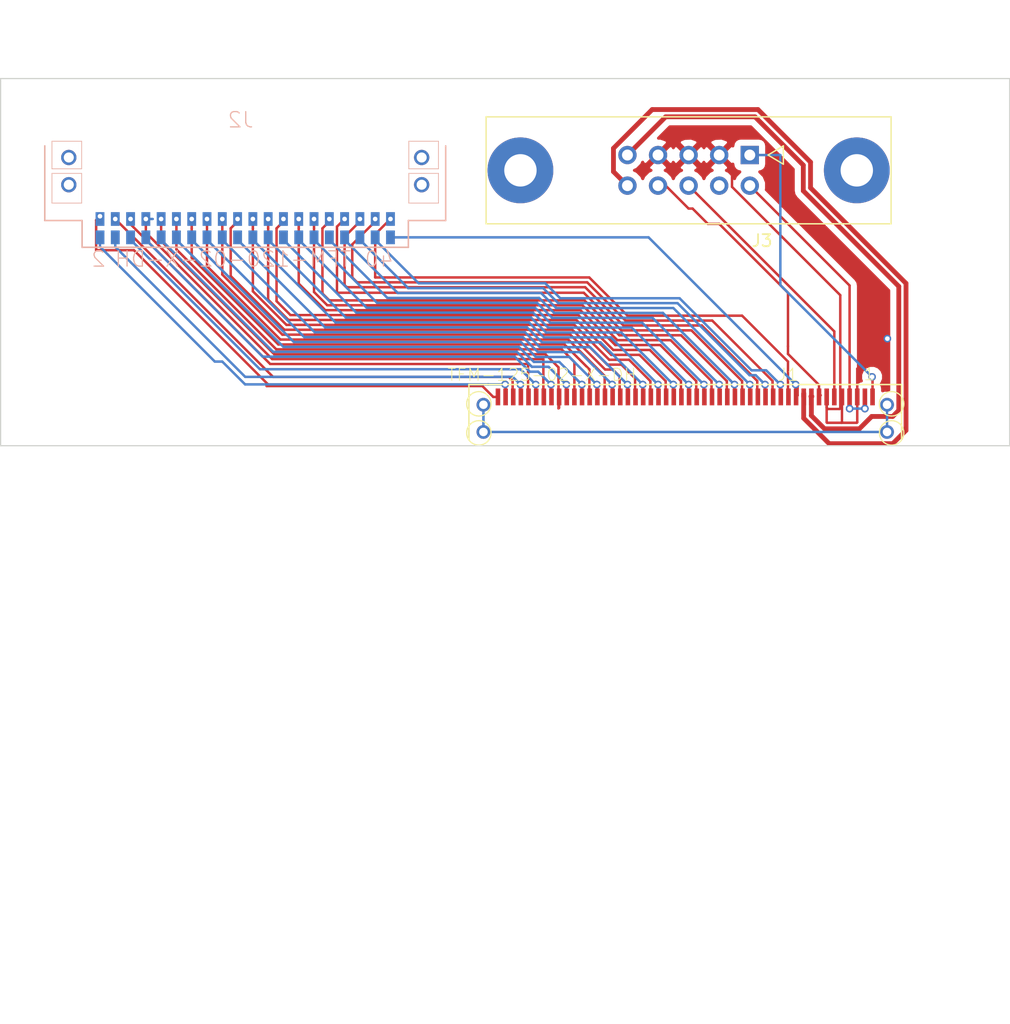
<source format=kicad_pcb>
(kicad_pcb (version 4) (host pcbnew 4.0.6)

  (general
    (links 56)
    (no_connects 0)
    (area 24.079999 32.969999 108.000001 63.550001)
    (thickness 1.6002)
    (drawings 4)
    (tracks 468)
    (zones 0)
    (modules 3)
    (nets 53)
  )

  (page USLetter)
  (title_block
    (title "40-channel HV switching board")
    (date 2017-03-07)
    (rev 3.1)
    (company "Sci-Bots Inc.")
  )

  (layers
    (0 Front signal)
    (31 Back signal)
    (32 B.Adhes user)
    (33 F.Adhes user)
    (34 B.Paste user)
    (35 F.Paste user)
    (36 B.SilkS user)
    (37 F.SilkS user)
    (38 B.Mask user)
    (39 F.Mask user)
    (40 Dwgs.User user)
    (41 Cmts.User user)
    (42 Eco1.User user)
    (43 Eco2.User user)
    (44 Edge.Cuts user)
  )

  (setup
    (last_trace_width 0.2032)
    (trace_clearance 0.2032)
    (zone_clearance 0.508)
    (zone_45_only no)
    (trace_min 0.2032)
    (segment_width 0.381)
    (edge_width 0.1)
    (via_size 0.635)
    (via_drill 0.381)
    (via_min_size 0.635)
    (via_min_drill 0.381)
    (uvia_size 0.635)
    (uvia_drill 0.127)
    (uvias_allowed no)
    (uvia_min_size 0.508)
    (uvia_min_drill 0.127)
    (pcb_text_width 0.3048)
    (pcb_text_size 1.524 2.032)
    (mod_edge_width 0.381)
    (mod_text_size 1.524 1.524)
    (mod_text_width 0.3048)
    (pad_size 4.064 4.064)
    (pad_drill 3.048)
    (pad_to_mask_clearance 0.254)
    (aux_axis_origin 0 0)
    (visible_elements 7FFFFFFF)
    (pcbplotparams
      (layerselection 0x010fc_80000007)
      (usegerberextensions true)
      (excludeedgelayer true)
      (linewidth 0.150000)
      (plotframeref false)
      (viasonmask false)
      (mode 1)
      (useauxorigin false)
      (hpglpennumber 1)
      (hpglpenspeed 20)
      (hpglpendiameter 15)
      (hpglpenoverlay 0)
      (psnegative false)
      (psa4output false)
      (plotreference true)
      (plotvalue true)
      (plotinvisibletext false)
      (padsonsilk false)
      (subtractmaskfromsilk false)
      (outputformat 1)
      (mirror false)
      (drillshape 0)
      (scaleselection 1)
      (outputdirectory gerber))
  )

  (net 0 "")
  (net 1 A4/SDA)
  (net 2 A5/SCL)
  (net 3 GND)
  (net 4 HV)
  (net 5 HVGND)
  (net 6 HVOUT0)
  (net 7 HVOUT1)
  (net 8 HVOUT10)
  (net 9 HVOUT11)
  (net 10 HVOUT12)
  (net 11 HVOUT13)
  (net 12 HVOUT14)
  (net 13 HVOUT15)
  (net 14 HVOUT16)
  (net 15 HVOUT17)
  (net 16 HVOUT18)
  (net 17 HVOUT19)
  (net 18 HVOUT2)
  (net 19 HVOUT20)
  (net 20 HVOUT21)
  (net 21 HVOUT22)
  (net 22 HVOUT23)
  (net 23 HVOUT24)
  (net 24 HVOUT25)
  (net 25 HVOUT26)
  (net 26 HVOUT27)
  (net 27 HVOUT28)
  (net 28 HVOUT29)
  (net 29 HVOUT3)
  (net 30 HVOUT30)
  (net 31 HVOUT31)
  (net 32 HVOUT32)
  (net 33 HVOUT33)
  (net 34 HVOUT34)
  (net 35 HVOUT35)
  (net 36 HVOUT36)
  (net 37 HVOUT37)
  (net 38 HVOUT38)
  (net 39 HVOUT39)
  (net 40 HVOUT4)
  (net 41 HVOUT5)
  (net 42 HVOUT6)
  (net 43 HVOUT7)
  (net 44 HVOUT8)
  (net 45 HVOUT9)
  (net 46 RST)
  (net 47 +3.3V)
  (net 48 CHASIS_GND)
  (net 49 "Net-(J2-PadG1)")
  (net 50 "Net-(J2-PadG2)")
  (net 51 "Net-(J2-PadG3)")
  (net 52 "Net-(J2-PadG4)")

  (net_class Default "This is the default net class."
    (clearance 0.2032)
    (trace_width 0.2032)
    (via_dia 0.635)
    (via_drill 0.381)
    (uvia_dia 0.635)
    (uvia_drill 0.127)
    (add_net +3.3V)
    (add_net A4/SDA)
    (add_net A5/SCL)
    (add_net CHASIS_GND)
    (add_net GND)
    (add_net HVOUT0)
    (add_net HVOUT1)
    (add_net HVOUT10)
    (add_net HVOUT11)
    (add_net HVOUT12)
    (add_net HVOUT13)
    (add_net HVOUT14)
    (add_net HVOUT15)
    (add_net HVOUT16)
    (add_net HVOUT17)
    (add_net HVOUT18)
    (add_net HVOUT19)
    (add_net HVOUT2)
    (add_net HVOUT20)
    (add_net HVOUT21)
    (add_net HVOUT22)
    (add_net HVOUT23)
    (add_net HVOUT24)
    (add_net HVOUT25)
    (add_net HVOUT26)
    (add_net HVOUT27)
    (add_net HVOUT28)
    (add_net HVOUT29)
    (add_net HVOUT3)
    (add_net HVOUT30)
    (add_net HVOUT31)
    (add_net HVOUT32)
    (add_net HVOUT33)
    (add_net HVOUT34)
    (add_net HVOUT35)
    (add_net HVOUT36)
    (add_net HVOUT37)
    (add_net HVOUT38)
    (add_net HVOUT39)
    (add_net HVOUT4)
    (add_net HVOUT5)
    (add_net HVOUT6)
    (add_net HVOUT7)
    (add_net HVOUT8)
    (add_net HVOUT9)
    (add_net "Net-(J2-PadG1)")
    (add_net "Net-(J2-PadG2)")
    (add_net "Net-(J2-PadG3)")
    (add_net "Net-(J2-PadG4)")
    (add_net RST)
  )

  (net_class PWR ""
    (clearance 0.2032)
    (trace_width 0.39878)
    (via_dia 0.635)
    (via_drill 0.381)
    (uvia_dia 0.635)
    (uvia_drill 0.127)
    (add_net HV)
    (add_net HVGND)
  )

  (module Connectors:he10-10d (layer Front) (tedit 0) (tstamp 591B3BD5)
    (at 86.36 39.37 180)
    (descr "Connecteur HE10 10 contacts droit")
    (tags "CONN HE10")
    (path /591B5BCA)
    (fp_text reference J3 (at -1.02 -7.11 180) (layer F.SilkS)
      (effects (font (size 1 1) (thickness 0.15)))
    )
    (fp_text value CONN_02X05 (at 11.18 4.57 180) (layer F.Fab)
      (effects (font (size 1 1) (thickness 0.15)))
    )
    (fp_line (start 21.08 -5.59) (end 21.08 3.05) (layer F.Fab) (width 0.1))
    (fp_line (start 21.08 3.05) (end -10.92 3.05) (layer F.Fab) (width 0.1))
    (fp_line (start -10.92 -5.59) (end 21.08 -5.59) (layer F.Fab) (width 0.1))
    (fp_line (start -3.81 2.29) (end -3.81 -4.83) (layer F.Fab) (width 0.1))
    (fp_line (start 13.97 2.29) (end 13.97 -4.83) (layer F.Fab) (width 0.1))
    (fp_line (start 2.54 3.05) (end 2.54 2.29) (layer F.Fab) (width 0.1))
    (fp_line (start 2.54 2.29) (end -3.81 2.29) (layer F.Fab) (width 0.1))
    (fp_line (start -3.81 -4.83) (end 13.97 -4.83) (layer F.Fab) (width 0.1))
    (fp_line (start 13.97 2.29) (end 7.62 2.29) (layer F.Fab) (width 0.1))
    (fp_line (start 7.62 2.29) (end 7.62 3.05) (layer F.Fab) (width 0.1))
    (fp_line (start -10.92 3.05) (end -10.92 -5.59) (layer F.Fab) (width 0.1))
    (fp_line (start -1.52 0) (end -2.79 -0.76) (layer F.SilkS) (width 0.12))
    (fp_line (start -2.79 -0.76) (end -2.79 0.76) (layer F.SilkS) (width 0.12))
    (fp_line (start -2.79 0.76) (end -1.52 0) (layer F.SilkS) (width 0.12))
    (fp_line (start -11.87 -5.84) (end 22.03 -5.84) (layer F.CrtYd) (width 0.05))
    (fp_line (start -11.87 -5.84) (end -11.87 3.3) (layer F.CrtYd) (width 0.05))
    (fp_line (start 22.03 3.3) (end 22.03 -5.84) (layer F.CrtYd) (width 0.05))
    (fp_line (start 22.03 3.3) (end -11.87 3.3) (layer F.CrtYd) (width 0.05))
    (fp_line (start -11.74 -5.71) (end 21.9 -5.71) (layer F.SilkS) (width 0.12))
    (fp_line (start -11.74 -5.71) (end -11.74 3.17) (layer F.SilkS) (width 0.12))
    (fp_line (start 21.9 3.17) (end 21.9 -5.71) (layer F.SilkS) (width 0.12))
    (fp_line (start 21.9 3.17) (end -11.74 3.17) (layer F.SilkS) (width 0.12))
    (pad "" thru_hole circle (at -8.89 -1.27 180) (size 5.46 5.46) (drill 2.69) (layers *.Cu *.Mask))
    (pad "" thru_hole circle (at 19.05 -1.27 180) (size 5.46 5.46) (drill 2.69) (layers *.Cu *.Mask))
    (pad 1 thru_hole rect (at 0 0 180) (size 1.52 1.52) (drill 0.91) (layers *.Cu *.Mask)
      (net 1 A4/SDA))
    (pad 2 thru_hole circle (at 0 -2.54 180) (size 1.52 1.52) (drill 0.91) (layers *.Cu *.Mask)
      (net 47 +3.3V))
    (pad 3 thru_hole circle (at 2.54 0 180) (size 1.52 1.52) (drill 0.91) (layers *.Cu *.Mask)
      (net 3 GND))
    (pad 4 thru_hole circle (at 2.54 -2.54 180) (size 1.52 1.52) (drill 0.91) (layers *.Cu *.Mask)
      (net 47 +3.3V))
    (pad 5 thru_hole circle (at 5.08 0 180) (size 1.52 1.52) (drill 0.91) (layers *.Cu *.Mask)
      (net 3 GND))
    (pad 6 thru_hole circle (at 5.08 -2.54 180) (size 1.52 1.52) (drill 0.91) (layers *.Cu *.Mask)
      (net 2 A5/SCL))
    (pad 7 thru_hole circle (at 7.62 0 180) (size 1.52 1.52) (drill 0.91) (layers *.Cu *.Mask)
      (net 3 GND))
    (pad 8 thru_hole circle (at 7.62 -2.54 180) (size 1.52 1.52) (drill 0.91) (layers *.Cu *.Mask)
      (net 46 RST))
    (pad 9 thru_hole circle (at 10.16 0 180) (size 1.52 1.52) (drill 0.91) (layers *.Cu *.Mask)
      (net 4 HV))
    (pad 10 thru_hole circle (at 10.16 -2.54 180) (size 1.52 1.52) (drill 0.91) (layers *.Cu *.Mask)
      (net 5 HVGND))
    (model Connectors.3dshapes/he10-10d.wrl
      (at (xyz 0.2 0.05 0))
      (scale (xyz 1 1 1))
      (rotate (xyz 0 0 0))
    )
  )

  (module WheelerLab:SFM-125-02-X-DH (layer Front) (tedit 200000) (tstamp 591B41B2)
    (at 81 63.5 180)
    (descr "0.050\"X0.050\" SOCKET STRIP ASSEMBLY.")
    (tags "0.050\"X0.050\" SOCKET STRIP ASSEMBLY.")
    (path /58B6BC14)
    (attr smd)
    (fp_text reference J1 (at -8.5344 5.8928 180) (layer F.SilkS)
      (effects (font (size 1.016 1.016) (thickness 0.0762)))
    )
    (fp_text value TFM-125-02-X-DH (at 11.9126 5.8928 180) (layer F.SilkS)
      (effects (font (size 1.016 1.016) (thickness 0.0762)))
    )
    (fp_line (start -16.06296 -4.953) (end 16.06296 -4.953) (layer Dwgs.User) (width 0.127))
    (fp_line (start 16.06296 -4.953) (end 16.06296 -0.254) (layer Dwgs.User) (width 0.127))
    (fp_line (start 16.06296 -0.254) (end 17.4625 -0.254) (layer Dwgs.User) (width 0.127))
    (fp_line (start 17.4625 -0.254) (end 17.4625 4.826) (layer Dwgs.User) (width 0.127))
    (fp_line (start 17.4625 4.826) (end 16.5735 4.826) (layer Dwgs.User) (width 0.127))
    (fp_line (start 16.5735 4.826) (end 16.2052 4.4577) (layer Dwgs.User) (width 0.127))
    (fp_line (start 16.2052 4.4577) (end -16.2052 4.4577) (layer Dwgs.User) (width 0.127))
    (fp_line (start -16.2052 4.4577) (end -16.5735 4.826) (layer Dwgs.User) (width 0.127))
    (fp_line (start -16.5735 4.826) (end -17.4625 4.826) (layer Dwgs.User) (width 0.127))
    (fp_line (start -17.4625 4.826) (end -17.4625 -0.254) (layer Dwgs.User) (width 0.127))
    (fp_line (start -17.4625 -0.254) (end -16.06296 -0.254) (layer Dwgs.User) (width 0.127))
    (fp_line (start -16.06296 -0.254) (end -16.06296 -4.953) (layer Dwgs.User) (width 0.127))
    (fp_line (start -20.447 0) (end 20.447 0) (layer Dwgs.User) (width 0.0254))
    (fp_line (start -17.9705 0.508) (end -17.9705 5.08) (layer F.SilkS) (width 0.127))
    (fp_line (start -17.9705 5.08) (end 17.9705 5.08) (layer F.SilkS) (width 0.127))
    (fp_line (start 17.9705 5.08) (end 17.9705 0.508) (layer F.SilkS) (width 0.127))
    (fp_line (start -18.161 1.0668) (end -18.14322 0.889) (layer F.SilkS) (width 0))
    (fp_line (start -18.14322 0.889) (end -18.0975 0.71882) (layer F.SilkS) (width 0))
    (fp_line (start -18.0975 0.71882) (end -18.02384 0.5588) (layer F.SilkS) (width 0))
    (fp_line (start -18.02384 0.5588) (end -17.92224 0.41148) (layer F.SilkS) (width 0))
    (fp_line (start -17.92224 0.41148) (end -17.79778 0.28702) (layer F.SilkS) (width 0))
    (fp_line (start -17.79778 0.28702) (end -17.65046 0.18542) (layer F.SilkS) (width 0))
    (fp_line (start -17.65046 0.18542) (end -17.49044 0.11176) (layer F.SilkS) (width 0))
    (fp_line (start -17.49044 0.11176) (end -17.32026 0.06604) (layer F.SilkS) (width 0))
    (fp_line (start -17.32026 0.06604) (end -17.145 0.0508) (layer F.SilkS) (width 0))
    (fp_line (start -17.145 0.0508) (end -16.9672 0.06604) (layer F.SilkS) (width 0))
    (fp_line (start -16.9672 0.06604) (end -16.79702 0.11176) (layer F.SilkS) (width 0))
    (fp_line (start -16.79702 0.11176) (end -16.637 0.18542) (layer F.SilkS) (width 0))
    (fp_line (start -16.637 0.18542) (end -16.48968 0.28702) (layer F.SilkS) (width 0))
    (fp_line (start -16.48968 0.28702) (end -16.36522 0.41148) (layer F.SilkS) (width 0))
    (fp_line (start -16.36522 0.41148) (end -16.26362 0.5588) (layer F.SilkS) (width 0))
    (fp_line (start -16.26362 0.5588) (end -16.18996 0.71882) (layer F.SilkS) (width 0))
    (fp_line (start -16.18996 0.71882) (end -16.14424 0.889) (layer F.SilkS) (width 0))
    (fp_line (start -16.14424 0.889) (end -16.129 1.0668) (layer F.SilkS) (width 0))
    (fp_line (start -16.129 1.0668) (end -16.14424 1.24206) (layer F.SilkS) (width 0))
    (fp_line (start -16.14424 1.24206) (end -16.18996 1.41224) (layer F.SilkS) (width 0))
    (fp_line (start -16.18996 1.41224) (end -16.26362 1.5748) (layer F.SilkS) (width 0))
    (fp_line (start -16.26362 1.5748) (end -16.36522 1.71958) (layer F.SilkS) (width 0))
    (fp_line (start -16.36522 1.71958) (end -16.48968 1.84404) (layer F.SilkS) (width 0))
    (fp_line (start -16.48968 1.84404) (end -16.637 1.94564) (layer F.SilkS) (width 0))
    (fp_line (start -16.637 1.94564) (end -16.79702 2.0193) (layer F.SilkS) (width 0))
    (fp_line (start -16.79702 2.0193) (end -16.9672 2.06502) (layer F.SilkS) (width 0))
    (fp_line (start -16.9672 2.06502) (end -17.145 2.0828) (layer F.SilkS) (width 0))
    (fp_line (start -17.145 2.0828) (end -17.32026 2.06502) (layer F.SilkS) (width 0))
    (fp_line (start -17.32026 2.06502) (end -17.49044 2.0193) (layer F.SilkS) (width 0))
    (fp_line (start -17.49044 2.0193) (end -17.65046 1.94564) (layer F.SilkS) (width 0))
    (fp_line (start -17.65046 1.94564) (end -17.79778 1.84404) (layer F.SilkS) (width 0))
    (fp_line (start -17.79778 1.84404) (end -17.92224 1.71958) (layer F.SilkS) (width 0))
    (fp_line (start -17.92224 1.71958) (end -18.02384 1.5748) (layer F.SilkS) (width 0))
    (fp_line (start -18.02384 1.5748) (end -18.0975 1.41224) (layer F.SilkS) (width 0))
    (fp_line (start -18.0975 1.41224) (end -18.14322 1.24206) (layer F.SilkS) (width 0))
    (fp_line (start -18.14322 1.24206) (end -18.161 1.0668) (layer F.SilkS) (width 0))
    (fp_line (start -18.161 3.4798) (end -18.14322 3.302) (layer F.SilkS) (width 0))
    (fp_line (start -18.14322 3.302) (end -18.0975 3.13182) (layer F.SilkS) (width 0))
    (fp_line (start -18.0975 3.13182) (end -18.02384 2.9718) (layer F.SilkS) (width 0))
    (fp_line (start -18.02384 2.9718) (end -17.92224 2.82448) (layer F.SilkS) (width 0))
    (fp_line (start -17.92224 2.82448) (end -17.79778 2.70002) (layer F.SilkS) (width 0))
    (fp_line (start -17.79778 2.70002) (end -17.65046 2.59842) (layer F.SilkS) (width 0))
    (fp_line (start -17.65046 2.59842) (end -17.49044 2.52476) (layer F.SilkS) (width 0))
    (fp_line (start -17.49044 2.52476) (end -17.32026 2.47904) (layer F.SilkS) (width 0))
    (fp_line (start -17.32026 2.47904) (end -17.145 2.4638) (layer F.SilkS) (width 0))
    (fp_line (start -17.145 2.4638) (end -16.9672 2.47904) (layer F.SilkS) (width 0))
    (fp_line (start -16.9672 2.47904) (end -16.79702 2.52476) (layer F.SilkS) (width 0))
    (fp_line (start -16.79702 2.52476) (end -16.637 2.59842) (layer F.SilkS) (width 0))
    (fp_line (start -16.637 2.59842) (end -16.48968 2.70002) (layer F.SilkS) (width 0))
    (fp_line (start -16.48968 2.70002) (end -16.36522 2.82448) (layer F.SilkS) (width 0))
    (fp_line (start -16.36522 2.82448) (end -16.26362 2.9718) (layer F.SilkS) (width 0))
    (fp_line (start -16.26362 2.9718) (end -16.18996 3.13182) (layer F.SilkS) (width 0))
    (fp_line (start -16.18996 3.13182) (end -16.14424 3.302) (layer F.SilkS) (width 0))
    (fp_line (start -16.14424 3.302) (end -16.129 3.4798) (layer F.SilkS) (width 0))
    (fp_line (start -16.129 3.4798) (end -16.14424 3.65506) (layer F.SilkS) (width 0))
    (fp_line (start -16.14424 3.65506) (end -16.18996 3.82524) (layer F.SilkS) (width 0))
    (fp_line (start -16.18996 3.82524) (end -16.26362 3.9878) (layer F.SilkS) (width 0))
    (fp_line (start -16.26362 3.9878) (end -16.36522 4.13258) (layer F.SilkS) (width 0))
    (fp_line (start -16.36522 4.13258) (end -16.48968 4.25704) (layer F.SilkS) (width 0))
    (fp_line (start -16.48968 4.25704) (end -16.637 4.35864) (layer F.SilkS) (width 0))
    (fp_line (start -16.637 4.35864) (end -16.79702 4.4323) (layer F.SilkS) (width 0))
    (fp_line (start -16.79702 4.4323) (end -16.9672 4.47802) (layer F.SilkS) (width 0))
    (fp_line (start -16.9672 4.47802) (end -17.145 4.4958) (layer F.SilkS) (width 0))
    (fp_line (start -17.145 4.4958) (end -17.32026 4.47802) (layer F.SilkS) (width 0))
    (fp_line (start -17.32026 4.47802) (end -17.49044 4.4323) (layer F.SilkS) (width 0))
    (fp_line (start -17.49044 4.4323) (end -17.65046 4.35864) (layer F.SilkS) (width 0))
    (fp_line (start -17.65046 4.35864) (end -17.79778 4.25704) (layer F.SilkS) (width 0))
    (fp_line (start -17.79778 4.25704) (end -17.92224 4.13258) (layer F.SilkS) (width 0))
    (fp_line (start -17.92224 4.13258) (end -18.02384 3.9878) (layer F.SilkS) (width 0))
    (fp_line (start -18.02384 3.9878) (end -18.0975 3.82524) (layer F.SilkS) (width 0))
    (fp_line (start -18.0975 3.82524) (end -18.14322 3.65506) (layer F.SilkS) (width 0))
    (fp_line (start -18.14322 3.65506) (end -18.161 3.4798) (layer F.SilkS) (width 0))
    (fp_line (start 16.129 1.0668) (end 16.14424 0.889) (layer F.SilkS) (width 0))
    (fp_line (start 16.14424 0.889) (end 16.18996 0.71882) (layer F.SilkS) (width 0))
    (fp_line (start 16.18996 0.71882) (end 16.26362 0.5588) (layer F.SilkS) (width 0))
    (fp_line (start 16.26362 0.5588) (end 16.36522 0.41148) (layer F.SilkS) (width 0))
    (fp_line (start 16.36522 0.41148) (end 16.48968 0.28702) (layer F.SilkS) (width 0))
    (fp_line (start 16.48968 0.28702) (end 16.637 0.18542) (layer F.SilkS) (width 0))
    (fp_line (start 16.637 0.18542) (end 16.79702 0.11176) (layer F.SilkS) (width 0))
    (fp_line (start 16.79702 0.11176) (end 16.9672 0.06604) (layer F.SilkS) (width 0))
    (fp_line (start 16.9672 0.06604) (end 17.145 0.0508) (layer F.SilkS) (width 0))
    (fp_line (start 17.145 0.0508) (end 17.32026 0.06604) (layer F.SilkS) (width 0))
    (fp_line (start 17.32026 0.06604) (end 17.49044 0.11176) (layer F.SilkS) (width 0))
    (fp_line (start 17.49044 0.11176) (end 17.65046 0.18542) (layer F.SilkS) (width 0))
    (fp_line (start 17.65046 0.18542) (end 17.79778 0.28702) (layer F.SilkS) (width 0))
    (fp_line (start 17.79778 0.28702) (end 17.92224 0.41148) (layer F.SilkS) (width 0))
    (fp_line (start 17.92224 0.41148) (end 18.02384 0.5588) (layer F.SilkS) (width 0))
    (fp_line (start 18.02384 0.5588) (end 18.0975 0.71882) (layer F.SilkS) (width 0))
    (fp_line (start 18.0975 0.71882) (end 18.14322 0.889) (layer F.SilkS) (width 0))
    (fp_line (start 18.14322 0.889) (end 18.161 1.0668) (layer F.SilkS) (width 0))
    (fp_line (start 18.161 1.0668) (end 18.14322 1.24206) (layer F.SilkS) (width 0))
    (fp_line (start 18.14322 1.24206) (end 18.0975 1.41224) (layer F.SilkS) (width 0))
    (fp_line (start 18.0975 1.41224) (end 18.02384 1.5748) (layer F.SilkS) (width 0))
    (fp_line (start 18.02384 1.5748) (end 17.92224 1.71958) (layer F.SilkS) (width 0))
    (fp_line (start 17.92224 1.71958) (end 17.79778 1.84404) (layer F.SilkS) (width 0))
    (fp_line (start 17.79778 1.84404) (end 17.65046 1.94564) (layer F.SilkS) (width 0))
    (fp_line (start 17.65046 1.94564) (end 17.49044 2.0193) (layer F.SilkS) (width 0))
    (fp_line (start 17.49044 2.0193) (end 17.32026 2.06502) (layer F.SilkS) (width 0))
    (fp_line (start 17.32026 2.06502) (end 17.145 2.0828) (layer F.SilkS) (width 0))
    (fp_line (start 17.145 2.0828) (end 16.9672 2.06502) (layer F.SilkS) (width 0))
    (fp_line (start 16.9672 2.06502) (end 16.79702 2.0193) (layer F.SilkS) (width 0))
    (fp_line (start 16.79702 2.0193) (end 16.637 1.94564) (layer F.SilkS) (width 0))
    (fp_line (start 16.637 1.94564) (end 16.48968 1.84404) (layer F.SilkS) (width 0))
    (fp_line (start 16.48968 1.84404) (end 16.36522 1.71958) (layer F.SilkS) (width 0))
    (fp_line (start 16.36522 1.71958) (end 16.26362 1.5748) (layer F.SilkS) (width 0))
    (fp_line (start 16.26362 1.5748) (end 16.18996 1.41224) (layer F.SilkS) (width 0))
    (fp_line (start 16.18996 1.41224) (end 16.14424 1.24206) (layer F.SilkS) (width 0))
    (fp_line (start 16.14424 1.24206) (end 16.129 1.0668) (layer F.SilkS) (width 0))
    (fp_line (start 16.129 3.4798) (end 16.14424 3.302) (layer F.SilkS) (width 0))
    (fp_line (start 16.14424 3.302) (end 16.18996 3.13182) (layer F.SilkS) (width 0))
    (fp_line (start 16.18996 3.13182) (end 16.26362 2.9718) (layer F.SilkS) (width 0))
    (fp_line (start 16.26362 2.9718) (end 16.36522 2.82448) (layer F.SilkS) (width 0))
    (fp_line (start 16.36522 2.82448) (end 16.48968 2.70002) (layer F.SilkS) (width 0))
    (fp_line (start 16.48968 2.70002) (end 16.637 2.59842) (layer F.SilkS) (width 0))
    (fp_line (start 16.637 2.59842) (end 16.79702 2.52476) (layer F.SilkS) (width 0))
    (fp_line (start 16.79702 2.52476) (end 16.9672 2.47904) (layer F.SilkS) (width 0))
    (fp_line (start 16.9672 2.47904) (end 17.145 2.4638) (layer F.SilkS) (width 0))
    (fp_line (start 17.145 2.4638) (end 17.32026 2.47904) (layer F.SilkS) (width 0))
    (fp_line (start 17.32026 2.47904) (end 17.49044 2.52476) (layer F.SilkS) (width 0))
    (fp_line (start 17.49044 2.52476) (end 17.65046 2.59842) (layer F.SilkS) (width 0))
    (fp_line (start 17.65046 2.59842) (end 17.79778 2.70002) (layer F.SilkS) (width 0))
    (fp_line (start 17.79778 2.70002) (end 17.92224 2.82448) (layer F.SilkS) (width 0))
    (fp_line (start 17.92224 2.82448) (end 18.02384 2.9718) (layer F.SilkS) (width 0))
    (fp_line (start 18.02384 2.9718) (end 18.0975 3.13182) (layer F.SilkS) (width 0))
    (fp_line (start 18.0975 3.13182) (end 18.14322 3.302) (layer F.SilkS) (width 0))
    (fp_line (start 18.14322 3.302) (end 18.161 3.4798) (layer F.SilkS) (width 0))
    (fp_line (start 18.161 3.4798) (end 18.14322 3.65506) (layer F.SilkS) (width 0))
    (fp_line (start 18.14322 3.65506) (end 18.0975 3.82524) (layer F.SilkS) (width 0))
    (fp_line (start 18.0975 3.82524) (end 18.02384 3.9878) (layer F.SilkS) (width 0))
    (fp_line (start 18.02384 3.9878) (end 17.92224 4.13258) (layer F.SilkS) (width 0))
    (fp_line (start 17.92224 4.13258) (end 17.79778 4.25704) (layer F.SilkS) (width 0))
    (fp_line (start 17.79778 4.25704) (end 17.65046 4.35864) (layer F.SilkS) (width 0))
    (fp_line (start 17.65046 4.35864) (end 17.49044 4.4323) (layer F.SilkS) (width 0))
    (fp_line (start 17.49044 4.4323) (end 17.32026 4.47802) (layer F.SilkS) (width 0))
    (fp_line (start 17.32026 4.47802) (end 17.145 4.4958) (layer F.SilkS) (width 0))
    (fp_line (start 17.145 4.4958) (end 16.9672 4.47802) (layer F.SilkS) (width 0))
    (fp_line (start 16.9672 4.47802) (end 16.79702 4.4323) (layer F.SilkS) (width 0))
    (fp_line (start 16.79702 4.4323) (end 16.637 4.35864) (layer F.SilkS) (width 0))
    (fp_line (start 16.637 4.35864) (end 16.48968 4.25704) (layer F.SilkS) (width 0))
    (fp_line (start 16.48968 4.25704) (end 16.36522 4.13258) (layer F.SilkS) (width 0))
    (fp_line (start 16.36522 4.13258) (end 16.26362 3.9878) (layer F.SilkS) (width 0))
    (fp_line (start 16.26362 3.9878) (end 16.18996 3.82524) (layer F.SilkS) (width 0))
    (fp_line (start 16.18996 3.82524) (end 16.14424 3.65506) (layer F.SilkS) (width 0))
    (fp_line (start 16.14424 3.65506) (end 16.129 3.4798) (layer F.SilkS) (width 0))
    (fp_text user 1 (at -15.2908 5.9436 180) (layer F.SilkS)
      (effects (font (size 1.016 1.016) (thickness 0.0762)))
    )
    (pad 1 smd rect (at -15.5575 4.0513 180) (size 0.381 1.397) (layers Front F.Paste F.Mask)
      (net 1 A4/SDA))
    (pad 2 smd rect (at -14.9225 4.0513 180) (size 0.381 1.397) (layers Front F.Paste F.Mask)
      (net 47 +3.3V))
    (pad 3 smd rect (at -14.2875 4.0513 180) (size 0.381 1.397) (layers Front F.Paste F.Mask)
      (net 3 GND))
    (pad 4 smd rect (at -13.6525 4.0513 180) (size 0.381 1.397) (layers Front F.Paste F.Mask)
      (net 47 +3.3V))
    (pad 5 smd rect (at -13.0175 4.0513 180) (size 0.381 1.397) (layers Front F.Paste F.Mask)
      (net 3 GND))
    (pad 6 smd rect (at -12.3825 4.0513 180) (size 0.381 1.397) (layers Front F.Paste F.Mask)
      (net 2 A5/SCL))
    (pad 7 smd rect (at -11.7475 4.0513 180) (size 0.381 1.397) (layers Front F.Paste F.Mask)
      (net 3 GND))
    (pad 8 smd rect (at -11.1125 4.0513 180) (size 0.381 1.397) (layers Front F.Paste F.Mask)
      (net 46 RST))
    (pad 9 smd rect (at -10.4775 4.0513 180) (size 0.381 1.397) (layers Front F.Paste F.Mask)
      (net 4 HV))
    (pad 10 smd rect (at -9.8425 4.0513 180) (size 0.381 1.397) (layers Front F.Paste F.Mask)
      (net 5 HVGND))
    (pad 11 smd rect (at -9.2075 4.0513 180) (size 0.381 1.397) (layers Front F.Paste F.Mask)
      (net 39 HVOUT39))
    (pad 12 smd rect (at -8.5725 4.0513 180) (size 0.381 1.397) (layers Front F.Paste F.Mask)
      (net 38 HVOUT38))
    (pad 13 smd rect (at -7.9375 4.0513 180) (size 0.381 1.397) (layers Front F.Paste F.Mask)
      (net 37 HVOUT37))
    (pad 14 smd rect (at -7.3025 4.0513 180) (size 0.381 1.397) (layers Front F.Paste F.Mask)
      (net 36 HVOUT36))
    (pad 15 smd rect (at -6.6675 4.0513 180) (size 0.381 1.397) (layers Front F.Paste F.Mask)
      (net 35 HVOUT35))
    (pad 16 smd rect (at -6.0325 4.0513 180) (size 0.381 1.397) (layers Front F.Paste F.Mask)
      (net 34 HVOUT34))
    (pad 17 smd rect (at -5.3975 4.0513 180) (size 0.381 1.397) (layers Front F.Paste F.Mask)
      (net 33 HVOUT33))
    (pad 18 smd rect (at -4.7625 4.0513 180) (size 0.381 1.397) (layers Front F.Paste F.Mask)
      (net 32 HVOUT32))
    (pad 19 smd rect (at -4.1275 4.0513 180) (size 0.381 1.397) (layers Front F.Paste F.Mask)
      (net 31 HVOUT31))
    (pad 20 smd rect (at -3.4925 4.0513 180) (size 0.381 1.397) (layers Front F.Paste F.Mask)
      (net 30 HVOUT30))
    (pad 21 smd rect (at -2.8575 4.0513 180) (size 0.381 1.397) (layers Front F.Paste F.Mask)
      (net 28 HVOUT29))
    (pad 22 smd rect (at -2.2225 4.0513 180) (size 0.381 1.397) (layers Front F.Paste F.Mask)
      (net 27 HVOUT28))
    (pad 23 smd rect (at -1.5875 4.0513 180) (size 0.381 1.397) (layers Front F.Paste F.Mask)
      (net 26 HVOUT27))
    (pad 24 smd rect (at -0.9525 4.0513 180) (size 0.381 1.397) (layers Front F.Paste F.Mask)
      (net 25 HVOUT26))
    (pad 25 smd rect (at -0.3175 4.0513 180) (size 0.381 1.397) (layers Front F.Paste F.Mask)
      (net 24 HVOUT25))
    (pad 26 smd rect (at 0.3175 4.0513 180) (size 0.381 1.397) (layers Front F.Paste F.Mask)
      (net 23 HVOUT24))
    (pad 27 smd rect (at 0.9525 4.0513 180) (size 0.381 1.397) (layers Front F.Paste F.Mask)
      (net 22 HVOUT23))
    (pad 28 smd rect (at 1.5875 4.0513 180) (size 0.381 1.397) (layers Front F.Paste F.Mask)
      (net 21 HVOUT22))
    (pad 29 smd rect (at 2.2225 4.0513 180) (size 0.381 1.397) (layers Front F.Paste F.Mask)
      (net 20 HVOUT21))
    (pad 30 smd rect (at 2.8575 4.0513 180) (size 0.381 1.397) (layers Front F.Paste F.Mask)
      (net 19 HVOUT20))
    (pad 31 smd rect (at 3.4925 4.0513 180) (size 0.381 1.397) (layers Front F.Paste F.Mask)
      (net 17 HVOUT19))
    (pad 32 smd rect (at 4.1275 4.0513 180) (size 0.381 1.397) (layers Front F.Paste F.Mask)
      (net 16 HVOUT18))
    (pad 33 smd rect (at 4.7625 4.0513 180) (size 0.381 1.397) (layers Front F.Paste F.Mask)
      (net 15 HVOUT17))
    (pad 34 smd rect (at 5.3975 4.0513 180) (size 0.381 1.397) (layers Front F.Paste F.Mask)
      (net 14 HVOUT16))
    (pad 35 smd rect (at 6.0325 4.0513 180) (size 0.381 1.397) (layers Front F.Paste F.Mask)
      (net 13 HVOUT15))
    (pad 36 smd rect (at 6.6675 4.0513 180) (size 0.381 1.397) (layers Front F.Paste F.Mask)
      (net 12 HVOUT14))
    (pad 37 smd rect (at 7.3025 4.0513 180) (size 0.381 1.397) (layers Front F.Paste F.Mask)
      (net 11 HVOUT13))
    (pad 38 smd rect (at 7.9375 4.0513 180) (size 0.381 1.397) (layers Front F.Paste F.Mask)
      (net 10 HVOUT12))
    (pad 39 smd rect (at 8.5725 4.0513 180) (size 0.381 1.397) (layers Front F.Paste F.Mask)
      (net 9 HVOUT11))
    (pad 40 smd rect (at 9.2075 4.0513 180) (size 0.381 1.397) (layers Front F.Paste F.Mask)
      (net 8 HVOUT10))
    (pad 41 smd rect (at 9.8425 4.0513 180) (size 0.381 1.397) (layers Front F.Paste F.Mask)
      (net 45 HVOUT9))
    (pad 42 smd rect (at 10.4775 4.0513 180) (size 0.381 1.397) (layers Front F.Paste F.Mask)
      (net 44 HVOUT8))
    (pad 43 smd rect (at 11.1125 4.0513 180) (size 0.381 1.397) (layers Front F.Paste F.Mask)
      (net 43 HVOUT7))
    (pad 44 smd rect (at 11.7475 4.0513 180) (size 0.381 1.397) (layers Front F.Paste F.Mask)
      (net 42 HVOUT6))
    (pad 45 smd rect (at 12.3825 4.0513 180) (size 0.381 1.397) (layers Front F.Paste F.Mask)
      (net 41 HVOUT5))
    (pad 46 smd rect (at 13.0175 4.0513 180) (size 0.381 1.397) (layers Front F.Paste F.Mask)
      (net 40 HVOUT4))
    (pad 47 smd rect (at 13.6525 4.0513 180) (size 0.381 1.397) (layers Front F.Paste F.Mask)
      (net 29 HVOUT3))
    (pad 48 smd rect (at 14.2875 4.0513 180) (size 0.381 1.397) (layers Front F.Paste F.Mask)
      (net 18 HVOUT2))
    (pad 49 smd rect (at 14.9225 4.0513 180) (size 0.381 1.397) (layers Front F.Paste F.Mask)
      (net 7 HVOUT1))
    (pad 50 smd rect (at 15.5575 4.0513 180) (size 0.381 1.397) (layers Front F.Paste F.Mask)
      (net 6 HVOUT0))
    (pad G1 thru_hole circle (at -16.764 1.143 180) (size 1.143 1.143) (drill 0.7112) (layers *.Cu *.Paste *.Mask)
      (net 48 CHASIS_GND))
    (pad G2 thru_hole circle (at 16.764 1.143 180) (size 1.143 1.143) (drill 0.7112) (layers *.Cu *.Paste *.Mask)
      (net 48 CHASIS_GND))
    (pad G3 thru_hole circle (at -16.764 3.4036 180) (size 1.143 1.143) (drill 0.7112) (layers *.Cu *.Paste *.Mask)
      (net 48 CHASIS_GND))
    (pad G4 thru_hole circle (at 16.764 3.4036 180) (size 1.143 1.143) (drill 0.7112) (layers *.Cu *.Paste *.Mask)
      (net 48 CHASIS_GND))
  )

  (module WheelerLab:TFM-120-02-X-DH (layer Back) (tedit 200000) (tstamp 591B41EB)
    (at 44.45 38.1 180)
    (descr "0.050\" DOUBLE HORIZONTAL TERMINAL STRIP.")
    (tags "0.050\" DOUBLE HORIZONTAL TERMINAL STRIP.")
    (path /591B5FB6)
    (attr smd)
    (fp_text reference J2 (at 0.381 1.651 180) (layer B.SilkS)
      (effects (font (size 1.27 1.27) (thickness 0.1016)) (justify mirror))
    )
    (fp_text value TFM-120-02-X-DH (at 1.016 -9.906 180) (layer B.SilkS)
      (effects (font (size 1.27 1.27) (thickness 0.1016)) (justify mirror))
    )
    (fp_line (start -16.0528 -2.413) (end -13.589 -2.413) (layer B.SilkS) (width 0.06604))
    (fp_line (start -13.589 -2.413) (end -13.589 -0.127) (layer B.SilkS) (width 0.06604))
    (fp_line (start -16.0528 -0.127) (end -13.589 -0.127) (layer B.SilkS) (width 0.06604))
    (fp_line (start -16.0528 -2.413) (end -16.0528 -0.127) (layer B.SilkS) (width 0.06604))
    (fp_line (start -16.0528 -5.2578) (end -13.589 -5.2578) (layer B.SilkS) (width 0.06604))
    (fp_line (start -13.589 -5.2578) (end -13.589 -2.794) (layer B.SilkS) (width 0.06604))
    (fp_line (start -16.0528 -2.794) (end -13.589 -2.794) (layer B.SilkS) (width 0.06604))
    (fp_line (start -16.0528 -5.2578) (end -16.0528 -2.794) (layer B.SilkS) (width 0.06604))
    (fp_line (start 13.589 -2.413) (end 16.0528 -2.413) (layer B.SilkS) (width 0.06604))
    (fp_line (start 16.0528 -2.413) (end 16.0528 -0.127) (layer B.SilkS) (width 0.06604))
    (fp_line (start 13.589 -0.127) (end 16.0528 -0.127) (layer B.SilkS) (width 0.06604))
    (fp_line (start 13.589 -2.413) (end 13.589 -0.127) (layer B.SilkS) (width 0.06604))
    (fp_line (start 13.589 -5.2578) (end 16.0528 -5.2578) (layer B.SilkS) (width 0.06604))
    (fp_line (start 16.0528 -5.2578) (end 16.0528 -2.794) (layer B.SilkS) (width 0.06604))
    (fp_line (start 13.589 -2.794) (end 16.0528 -2.794) (layer B.SilkS) (width 0.06604))
    (fp_line (start 13.589 -5.2578) (end 13.589 -2.794) (layer B.SilkS) (width 0.06604))
    (fp_line (start -19.685 0) (end 19.685 0) (layer Dwgs.User) (width 0.0254))
    (fp_line (start 16.13916 0.4826) (end 16.13916 -6.1976) (layer Dwgs.User) (width 0.127))
    (fp_line (start 16.13916 -6.1976) (end 13.0429 -6.1976) (layer Dwgs.User) (width 0.127))
    (fp_line (start 13.0429 -6.1976) (end 13.0429 -8.3566) (layer Dwgs.User) (width 0.127))
    (fp_line (start 13.0429 -8.3566) (end -13.0429 -8.3566) (layer Dwgs.User) (width 0.127))
    (fp_line (start -13.0429 -8.3566) (end -13.0429 -6.1976) (layer Dwgs.User) (width 0.127))
    (fp_line (start -13.0429 -6.1976) (end -16.13916 -6.1976) (layer Dwgs.User) (width 0.127))
    (fp_line (start -16.13916 -6.1976) (end -16.13916 0.4826) (layer Dwgs.User) (width 0.127))
    (fp_line (start -16.13916 0.4826) (end 16.13916 0.4826) (layer Dwgs.User) (width 0.127))
    (fp_line (start -16.6497 -0.508) (end -16.6497 -6.7056) (layer B.SilkS) (width 0.127))
    (fp_line (start -16.6497 -6.7056) (end -13.5509 -6.7056) (layer B.SilkS) (width 0.127))
    (fp_line (start -13.5509 -6.7056) (end -13.5509 -8.9281) (layer B.SilkS) (width 0.127))
    (fp_line (start -13.5509 -8.9281) (end 13.5509 -8.9281) (layer B.SilkS) (width 0.127))
    (fp_line (start 13.5509 -8.9281) (end 13.5509 -6.7056) (layer B.SilkS) (width 0.127))
    (fp_line (start 13.5509 -6.7056) (end 16.6497 -6.7056) (layer B.SilkS) (width 0.127))
    (fp_line (start 16.6497 -6.7056) (end 16.6497 -0.508) (layer B.SilkS) (width 0.127))
    (fp_text user 2 (at 12.192 -9.906 180) (layer B.SilkS)
      (effects (font (size 1.27 1.27) (thickness 0.1016)) (justify mirror))
    )
    (fp_text user 40 (at -11.1252 -9.906 180) (layer B.SilkS)
      (effects (font (size 1.27 1.27) (thickness 0.1016)) (justify mirror))
    )
    (pad 1 smd rect (at 12.065 -6.5786 180) (size 0.7366 1.143) (layers Back B.Paste B.Mask)
      (net 6 HVOUT0))
    (pad 2 smd rect (at 12.065 -8.1026 180) (size 0.7366 1.143) (layers Back B.Paste B.Mask)
      (net 7 HVOUT1))
    (pad 3 smd rect (at 10.795 -6.5786 180) (size 0.7366 1.143) (layers Back B.Paste B.Mask)
      (net 18 HVOUT2))
    (pad 4 smd rect (at 10.795 -8.1026 180) (size 0.7366 1.143) (layers Back B.Paste B.Mask)
      (net 29 HVOUT3))
    (pad 5 smd rect (at 9.525 -6.5786 180) (size 0.7366 1.143) (layers Back B.Paste B.Mask)
      (net 40 HVOUT4))
    (pad 6 smd rect (at 9.525 -8.1026 180) (size 0.7366 1.143) (layers Back B.Paste B.Mask)
      (net 41 HVOUT5))
    (pad 7 smd rect (at 8.255 -6.5786 180) (size 0.7366 1.143) (layers Back B.Paste B.Mask)
      (net 42 HVOUT6))
    (pad 8 smd rect (at 8.255 -8.1026 180) (size 0.7366 1.143) (layers Back B.Paste B.Mask)
      (net 43 HVOUT7))
    (pad 9 smd rect (at 6.985 -6.5786 180) (size 0.7366 1.143) (layers Back B.Paste B.Mask)
      (net 44 HVOUT8))
    (pad 10 smd rect (at 6.985 -8.1026 180) (size 0.7366 1.143) (layers Back B.Paste B.Mask)
      (net 45 HVOUT9))
    (pad 11 smd rect (at 5.715 -6.5786 180) (size 0.7366 1.143) (layers Back B.Paste B.Mask)
      (net 8 HVOUT10))
    (pad 12 smd rect (at 5.715 -8.1026 180) (size 0.7366 1.143) (layers Back B.Paste B.Mask)
      (net 9 HVOUT11))
    (pad 13 smd rect (at 4.445 -6.5786 180) (size 0.7366 1.143) (layers Back B.Paste B.Mask)
      (net 10 HVOUT12))
    (pad 14 smd rect (at 4.445 -8.1026 180) (size 0.7366 1.143) (layers Back B.Paste B.Mask)
      (net 11 HVOUT13))
    (pad 15 smd rect (at 3.175 -6.5786 180) (size 0.7366 1.143) (layers Back B.Paste B.Mask)
      (net 12 HVOUT14))
    (pad 16 smd rect (at 3.175 -8.1026 180) (size 0.7366 1.143) (layers Back B.Paste B.Mask)
      (net 13 HVOUT15))
    (pad 17 smd rect (at 1.905 -6.5786 180) (size 0.7366 1.143) (layers Back B.Paste B.Mask)
      (net 14 HVOUT16))
    (pad 18 smd rect (at 1.905 -8.1026 180) (size 0.7366 1.143) (layers Back B.Paste B.Mask)
      (net 15 HVOUT17))
    (pad 19 smd rect (at 0.635 -6.5786 180) (size 0.7366 1.143) (layers Back B.Paste B.Mask)
      (net 16 HVOUT18))
    (pad 20 smd rect (at 0.635 -8.1026 180) (size 0.7366 1.143) (layers Back B.Paste B.Mask)
      (net 17 HVOUT19))
    (pad 21 smd rect (at -0.635 -6.5786 180) (size 0.7366 1.143) (layers Back B.Paste B.Mask)
      (net 19 HVOUT20))
    (pad 22 smd rect (at -0.635 -8.1026 180) (size 0.7366 1.143) (layers Back B.Paste B.Mask)
      (net 20 HVOUT21))
    (pad 23 smd rect (at -1.905 -6.5786 180) (size 0.7366 1.143) (layers Back B.Paste B.Mask)
      (net 21 HVOUT22))
    (pad 24 smd rect (at -1.905 -8.1026 180) (size 0.7366 1.143) (layers Back B.Paste B.Mask)
      (net 22 HVOUT23))
    (pad 25 smd rect (at -3.175 -6.5786 180) (size 0.7366 1.143) (layers Back B.Paste B.Mask)
      (net 23 HVOUT24))
    (pad 26 smd rect (at -3.175 -8.1026 180) (size 0.7366 1.143) (layers Back B.Paste B.Mask)
      (net 24 HVOUT25))
    (pad 27 smd rect (at -4.445 -6.5786 180) (size 0.7366 1.143) (layers Back B.Paste B.Mask)
      (net 25 HVOUT26))
    (pad 28 smd rect (at -4.445 -8.1026 180) (size 0.7366 1.143) (layers Back B.Paste B.Mask)
      (net 26 HVOUT27))
    (pad 29 smd rect (at -5.715 -6.5786 180) (size 0.7366 1.143) (layers Back B.Paste B.Mask)
      (net 27 HVOUT28))
    (pad 30 smd rect (at -5.715 -8.1026 180) (size 0.7366 1.143) (layers Back B.Paste B.Mask)
      (net 28 HVOUT29))
    (pad 31 smd rect (at -6.985 -6.5786 180) (size 0.7366 1.143) (layers Back B.Paste B.Mask)
      (net 30 HVOUT30))
    (pad 32 smd rect (at -6.985 -8.1026 180) (size 0.7366 1.143) (layers Back B.Paste B.Mask)
      (net 31 HVOUT31))
    (pad 33 smd rect (at -8.255 -6.5786 180) (size 0.7366 1.143) (layers Back B.Paste B.Mask)
      (net 32 HVOUT32))
    (pad 34 smd rect (at -8.255 -8.1026 180) (size 0.7366 1.143) (layers Back B.Paste B.Mask)
      (net 33 HVOUT33))
    (pad 35 smd rect (at -9.525 -6.5786 180) (size 0.7366 1.143) (layers Back B.Paste B.Mask)
      (net 34 HVOUT34))
    (pad 36 smd rect (at -9.525 -8.1026 180) (size 0.7366 1.143) (layers Back B.Paste B.Mask)
      (net 35 HVOUT35))
    (pad 37 smd rect (at -10.795 -6.5786 180) (size 0.7366 1.143) (layers Back B.Paste B.Mask)
      (net 36 HVOUT36))
    (pad 38 smd rect (at -10.795 -8.1026 180) (size 0.7366 1.143) (layers Back B.Paste B.Mask)
      (net 37 HVOUT37))
    (pad 39 smd rect (at -12.065 -6.5786 180) (size 0.7366 1.143) (layers Back B.Paste B.Mask)
      (net 38 HVOUT38))
    (pad 40 smd rect (at -12.065 -8.1026 180) (size 0.7366 1.143) (layers Back B.Paste B.Mask)
      (net 39 HVOUT39))
    (pad G1 thru_hole circle (at 14.6558 -1.4732 180) (size 1.27 1.27) (drill 0.8382) (layers *.Cu *.Paste *.Mask)
      (net 49 "Net-(J2-PadG1)"))
    (pad G2 thru_hole circle (at -14.6558 -1.4732 180) (size 1.27 1.27) (drill 0.8382) (layers *.Cu *.Paste *.Mask)
      (net 50 "Net-(J2-PadG2)"))
    (pad G3 thru_hole circle (at 14.6558 -3.7338 180) (size 1.27 1.27) (drill 0.8382) (layers *.Cu *.Paste *.Mask)
      (net 51 "Net-(J2-PadG3)"))
    (pad G4 thru_hole circle (at -14.6558 -3.7338 180) (size 1.27 1.27) (drill 0.8382) (layers *.Cu *.Paste *.Mask)
      (net 52 "Net-(J2-PadG4)"))
  )

  (gr_line (start 107.95 63.5) (end 24.13 63.5) (angle 90) (layer Edge.Cuts) (width 0.1))
  (gr_line (start 107.95 33.02) (end 107.95 63.5) (angle 90) (layer Edge.Cuts) (width 0.1))
  (gr_line (start 24.13 33.02) (end 107.95 33.02) (angle 90) (layer Edge.Cuts) (width 0.1))
  (gr_line (start 24.13 63.5) (end 24.13 33.02) (angle 90) (layer Edge.Cuts) (width 0.1))

  (segment (start 67.945 55.245) (end 31.75 55.245) (width 0.2032) (layer In1.Cu) (net 0))
  (segment (start 67.945 59.69) (end 67.945 55.245) (width 0.2032) (layer In1.Cu) (net 0))
  (segment (start 31.75 55.245) (end 31.75 44.45) (width 0.2032) (layer In1.Cu) (net 0))
  (segment (start 88.9 39.37) (end 86.36 39.37) (width 0.2032) (layer Back) (net 1))
  (via (at 86.36 39.37) (size 0.635) (drill 0.381) (layers Front Back) (net 1))
  (segment (start 88.9 50.165) (end 88.9 39.37) (width 0.2032) (layer Back) (net 1))
  (segment (start 96.52 57.785) (end 88.9 50.165) (width 0.2032) (layer Back) (net 1))
  (segment (start 96.5575 59.4487) (end 96.5575 57.8225) (width 0.2032) (layer Front) (net 1))
  (segment (start 96.5575 57.8225) (end 96.52 57.785) (width 0.2032) (layer Front) (net 1))
  (via (at 96.52 57.785) (size 0.635) (drill 0.381) (layers Front Back) (net 1))
  (segment (start 93.3825 59.4487) (end 93.3825 54.0125) (width 0.2032) (layer Front) (net 2))
  (segment (start 93.3825 54.0125) (end 82.55 43.18) (width 0.2032) (layer Front) (net 2))
  (segment (start 82.55 43.18) (end 81.28 41.91) (width 0.2032) (layer Front) (net 2))
  (segment (start 92.7475 59.4487) (end 92.7475 60.3504) (width 0.2032) (layer Front) (net 3))
  (segment (start 84.579999 40.129999) (end 83.82 39.37) (width 0.2032) (layer Front) (net 3))
  (segment (start 84.884801 40.434801) (end 84.579999 40.129999) (width 0.2032) (layer Front) (net 3))
  (segment (start 93.877801 51.003707) (end 84.884801 42.010707) (width 0.2032) (layer Front) (net 3))
  (segment (start 93.877801 60.391041) (end 93.877801 51.003707) (width 0.2032) (layer Front) (net 3))
  (segment (start 93.816841 60.452001) (end 93.877801 60.391041) (width 0.2032) (layer Front) (net 3))
  (segment (start 92.849101 60.452001) (end 93.816841 60.452001) (width 0.2032) (layer Front) (net 3))
  (segment (start 92.7475 60.3504) (end 92.849101 60.452001) (width 0.2032) (layer Front) (net 3))
  (segment (start 84.884801 42.010707) (end 84.884801 40.434801) (width 0.2032) (layer Front) (net 3))
  (segment (start 95.25 61.595) (end 95.2875 61.5575) (width 0.2032) (layer Front) (net 3))
  (segment (start 95.2875 61.5575) (end 95.2875 59.4487) (width 0.2032) (layer Front) (net 3))
  (segment (start 93.98 61.595) (end 95.25 61.595) (width 0.2032) (layer Front) (net 3))
  (segment (start 93.98 61.595) (end 94.0175 61.5575) (width 0.2032) (layer Front) (net 3))
  (segment (start 94.0175 61.5575) (end 94.0175 59.4487) (width 0.2032) (layer Front) (net 3))
  (segment (start 92.785 61.595) (end 93.98 61.595) (width 0.2032) (layer Front) (net 3))
  (segment (start 92.7475 61.5575) (end 92.785 61.595) (width 0.2032) (layer Front) (net 3))
  (segment (start 92.7475 59.4487) (end 92.7475 61.5575) (width 0.2032) (layer Front) (net 3))
  (segment (start 95.2875 59.4487) (end 95.2875 57.1125) (width 0.2032) (layer Front) (net 3))
  (via (at 97.79 54.61) (size 0.635) (drill 0.381) (layers Front Back) (net 3))
  (segment (start 95.2875 57.1125) (end 97.79 54.61) (width 0.2032) (layer Front) (net 3) (tstamp 591B458A))
  (segment (start 76.835 38.735) (end 76.2 39.37) (width 0.39878) (layer Front) (net 4))
  (segment (start 86.790736 36.195) (end 79.375 36.195) (width 0.39878) (layer Front) (net 4))
  (segment (start 79.375 36.195) (end 76.835 38.735) (width 0.39878) (layer Front) (net 4))
  (segment (start 90.805 42.340736) (end 90.805 40.209264) (width 0.39878) (layer Front) (net 4))
  (segment (start 90.805 40.209264) (end 86.790736 36.195) (width 0.39878) (layer Front) (net 4))
  (segment (start 91.4775 59.4487) (end 91.4775 61.000546) (width 0.39878) (layer Front) (net 4))
  (segment (start 92.576153 62.099199) (end 95.458847 62.099199) (width 0.39878) (layer Front) (net 4))
  (segment (start 91.4775 61.000546) (end 92.576153 62.099199) (width 0.39878) (layer Front) (net 4))
  (segment (start 95.458847 62.099199) (end 96.487555 61.070491) (width 0.39878) (layer Front) (net 4))
  (segment (start 98.738091 50.273827) (end 90.805 42.340736) (width 0.39878) (layer Front) (net 4))
  (segment (start 96.487555 61.070491) (end 98.231565 61.070491) (width 0.39878) (layer Front) (net 4))
  (segment (start 98.231565 61.070491) (end 98.738091 60.563965) (width 0.39878) (layer Front) (net 4))
  (segment (start 98.738091 60.563965) (end 98.738091 50.273827) (width 0.39878) (layer Front) (net 4))
  (segment (start 91.4775 59.4487) (end 91.519409 59.406791) (width 0.39878) (layer Front) (net 4))
  (segment (start 91.4775 59.4487) (end 91.44 59.4112) (width 0.39878) (layer Front) (net 4))
  (segment (start 76.2 41.91) (end 75.037409 40.747409) (width 0.39878) (layer Front) (net 5))
  (segment (start 87.040088 35.59301) (end 91.40699 39.959912) (width 0.39878) (layer Front) (net 5))
  (segment (start 75.037409 40.747409) (end 75.037409 38.811955) (width 0.39878) (layer Front) (net 5))
  (segment (start 75.037409 38.811955) (end 78.256354 35.59301) (width 0.39878) (layer Front) (net 5))
  (segment (start 91.40699 39.959912) (end 91.40699 42.091384) (width 0.39878) (layer Front) (net 5))
  (segment (start 91.40699 42.091384) (end 99.340081 50.024475) (width 0.39878) (layer Front) (net 5))
  (segment (start 78.256354 35.59301) (end 87.040088 35.59301) (width 0.39878) (layer Front) (net 5))
  (segment (start 99.340081 50.024475) (end 99.340081 62.222575) (width 0.39878) (layer Front) (net 5))
  (segment (start 99.340081 62.222575) (end 98.231565 63.331091) (width 0.39878) (layer Front) (net 5))
  (segment (start 98.231565 63.331091) (end 92.956703 63.331091) (width 0.39878) (layer Front) (net 5))
  (segment (start 92.956703 63.331091) (end 90.838011 61.212399) (width 0.39878) (layer Front) (net 5))
  (segment (start 90.838011 61.212399) (end 90.838011 59.161847) (width 0.39878) (layer Front) (net 5))
  (segment (start 90.838011 59.161847) (end 90.838011 59.4487) (width 0.39878) (layer Front) (net 5))
  (segment (start 65.4425 59.4487) (end 65.0488 59.4487) (width 0.2032) (layer Front) (net 6))
  (segment (start 46.228 58.547) (end 46.355 58.42) (width 0.2032) (layer Front) (net 6))
  (segment (start 35.204489 47.269489) (end 32.067501 47.269489) (width 0.2032) (layer Front) (net 6))
  (segment (start 65.0488 59.4487) (end 64.1471 58.547) (width 0.2032) (layer Front) (net 6))
  (segment (start 64.1471 58.547) (end 46.228 58.547) (width 0.2032) (layer Front) (net 6))
  (segment (start 32.067501 47.269489) (end 32.067501 44.767499) (width 0.2032) (layer Front) (net 6))
  (segment (start 32.067501 44.767499) (end 32.385 44.45) (width 0.2032) (layer Front) (net 6))
  (segment (start 46.355 58.42) (end 35.204489 47.269489) (width 0.2032) (layer Front) (net 6))
  (segment (start 32.385 44.6786) (end 32.385 44.45) (width 0.2032) (layer Back) (net 6))
  (via (at 32.385 44.45) (size 0.635) (drill 0.381) (layers Front Back) (net 6))
  (segment (start 32.385 46.2026) (end 32.385 46.9773) (width 0.2032) (layer Back) (net 7))
  (segment (start 32.385 46.9773) (end 41.9227 56.515) (width 0.2032) (layer Back) (net 7))
  (segment (start 41.9227 56.515) (end 42.545 56.515) (width 0.2032) (layer Back) (net 7))
  (segment (start 42.545 56.515) (end 44.43731 58.40731) (width 0.2032) (layer Back) (net 7))
  (segment (start 44.43731 58.40731) (end 64.628164 58.40731) (width 0.2032) (layer Back) (net 7))
  (segment (start 64.628164 58.40731) (end 66.04 58.40731) (width 0.2032) (layer Back) (net 7))
  (segment (start 66.0775 59.4487) (end 66.0775 58.44481) (width 0.2032) (layer Front) (net 7))
  (segment (start 66.0775 58.44481) (end 66.04 58.40731) (width 0.2032) (layer Front) (net 7))
  (via (at 66.04 58.40731) (size 0.635) (drill 0.381) (layers Front Back) (net 7))
  (segment (start 38.735 44.6786) (end 38.735 47.203257) (width 0.2032) (layer Front) (net 8))
  (segment (start 71.7925 58.547) (end 71.7925 59.4487) (width 0.2032) (layer Front) (net 8))
  (segment (start 71.7925 56.5525) (end 71.7925 58.547) (width 0.2032) (layer Front) (net 8))
  (segment (start 70.73911 55.49911) (end 71.7925 56.5525) (width 0.2032) (layer Front) (net 8))
  (segment (start 38.735 47.203257) (end 47.030852 55.499109) (width 0.2032) (layer Front) (net 8))
  (segment (start 47.030852 55.499109) (end 70.73911 55.49911) (width 0.2032) (layer Front) (net 8))
  (via (at 38.735 44.6786) (size 0.635) (drill 0.381) (layers Front Back) (net 8))
  (segment (start 68.424773 56.540521) (end 70.535331 56.540521) (width 0.2032) (layer Back) (net 9))
  (segment (start 70.535331 56.540521) (end 72.097311 58.102501) (width 0.2032) (layer Back) (net 9))
  (segment (start 72.097311 58.102501) (end 72.41481 58.42) (width 0.2032) (layer Back) (net 9))
  (segment (start 38.735 46.2026) (end 38.735 46.4058) (width 0.2032) (layer Back) (net 9))
  (segment (start 38.735 46.4058) (end 47.624967 55.295767) (width 0.2032) (layer Back) (net 9))
  (segment (start 47.624967 55.295767) (end 67.18002 55.295767) (width 0.2032) (layer Back) (net 9))
  (segment (start 67.18002 55.295767) (end 68.424773 56.540521) (width 0.2032) (layer Back) (net 9))
  (via (at 72.41481 58.42) (size 0.635) (drill 0.381) (layers Front Back) (net 9))
  (segment (start 72.4275 59.4487) (end 72.4275 58.43269) (width 0.2032) (layer Front) (net 9))
  (segment (start 72.4275 58.43269) (end 72.41481 58.42) (width 0.2032) (layer Front) (net 9))
  (segment (start 73.037111 57.162111) (end 70.9677 55.0927) (width 0.2032) (layer Front) (net 10))
  (segment (start 70.9677 55.0927) (end 47.199193 55.092699) (width 0.2032) (layer Front) (net 10))
  (segment (start 47.199193 55.092699) (end 40.005 47.898506) (width 0.2032) (layer Front) (net 10))
  (segment (start 40.005 47.898506) (end 40.005 45.4533) (width 0.2032) (layer Front) (net 10))
  (segment (start 40.005 45.4533) (end 40.005 44.6786) (width 0.2032) (layer Front) (net 10))
  (segment (start 73.037111 59.423311) (end 73.037111 57.162111) (width 0.2032) (layer Front) (net 10))
  (segment (start 73.0625 59.4487) (end 73.037111 59.423311) (width 0.2032) (layer Front) (net 10))
  (via (at 40.005 44.6786) (size 0.635) (drill 0.381) (layers Front Back) (net 10))
  (segment (start 40.005 46.2026) (end 40.005 46.4058) (width 0.2032) (layer Back) (net 11))
  (segment (start 40.005 46.4058) (end 48.488556 54.889356) (width 0.2032) (layer Back) (net 11))
  (segment (start 48.488556 54.889356) (end 67.34836 54.889356) (width 0.2032) (layer Back) (net 11))
  (segment (start 67.34836 54.889356) (end 68.593113 56.13411) (width 0.2032) (layer Back) (net 11))
  (segment (start 68.593113 56.13411) (end 71.37411 56.13411) (width 0.2032) (layer Back) (net 11))
  (segment (start 71.37411 56.13411) (end 73.342501 58.102501) (width 0.2032) (layer Back) (net 11))
  (segment (start 73.342501 58.102501) (end 73.66 58.42) (width 0.2032) (layer Back) (net 11))
  (segment (start 73.6975 59.4487) (end 73.6975 58.4575) (width 0.2032) (layer Front) (net 11))
  (segment (start 73.6975 58.4575) (end 73.66 58.42) (width 0.2032) (layer Front) (net 11))
  (via (at 73.66 58.42) (size 0.635) (drill 0.381) (layers Front Back) (net 11))
  (segment (start 73.66 58.42) (end 73.682419 58.42) (width 0.2032) (layer Back) (net 11))
  (segment (start 73.682419 58.42) (end 73.6848 58.417619) (width 0.2032) (layer Back) (net 11))
  (segment (start 73.6848 59.436) (end 73.6975 59.4487) (width 0.2032) (layer Front) (net 11))
  (segment (start 71.284277 54.686288) (end 74.307699 57.70971) (width 0.2032) (layer Front) (net 12))
  (segment (start 41.275 44.6786) (end 41.275 48.593755) (width 0.2032) (layer Front) (net 12))
  (segment (start 41.275 48.593755) (end 47.367533 54.686288) (width 0.2032) (layer Front) (net 12))
  (segment (start 47.367533 54.686288) (end 71.284277 54.686288) (width 0.2032) (layer Front) (net 12))
  (segment (start 74.307699 59.423899) (end 74.3325 59.4487) (width 0.2032) (layer Front) (net 12))
  (segment (start 74.307699 57.70971) (end 74.307699 59.423899) (width 0.2032) (layer Front) (net 12))
  (via (at 41.275 44.6786) (size 0.635) (drill 0.381) (layers Front Back) (net 12))
  (segment (start 67.5167 54.482945) (end 68.761453 55.727699) (width 0.2032) (layer Back) (net 13))
  (segment (start 68.761453 55.727699) (end 72.237699 55.727699) (width 0.2032) (layer Back) (net 13))
  (segment (start 72.237699 55.727699) (end 74.612501 58.102501) (width 0.2032) (layer Back) (net 13))
  (segment (start 74.612501 58.102501) (end 74.93 58.42) (width 0.2032) (layer Back) (net 13))
  (segment (start 49.352145 54.482945) (end 67.5167 54.482945) (width 0.2032) (layer Back) (net 13))
  (segment (start 41.275 46.2026) (end 41.275 46.4058) (width 0.2032) (layer Back) (net 13))
  (segment (start 41.275 46.4058) (end 49.352145 54.482945) (width 0.2032) (layer Back) (net 13))
  (segment (start 74.9675 58.4575) (end 74.9675 59.4487) (width 0.2032) (layer Front) (net 13) (tstamp 591C4BA9))
  (segment (start 74.93 58.42) (end 74.9675 58.4575) (width 0.2032) (layer Front) (net 13) (tstamp 591C4BA8))
  (via (at 74.93 58.42) (size 0.635) (drill 0.381) (layers Front Back) (net 13))
  (segment (start 75.552301 59.398501) (end 75.6025 59.4487) (width 0.2032) (layer Front) (net 14))
  (segment (start 47.535873 54.279877) (end 71.452617 54.279877) (width 0.2032) (layer Front) (net 14))
  (segment (start 74.34826 57.175521) (end 74.983261 57.175521) (width 0.2032) (layer Front) (net 14))
  (segment (start 75.552301 57.744561) (end 75.552301 59.398501) (width 0.2032) (layer Front) (net 14))
  (segment (start 42.545 44.6786) (end 42.545 49.289004) (width 0.2032) (layer Front) (net 14))
  (segment (start 74.983261 57.175521) (end 75.552301 57.744561) (width 0.2032) (layer Front) (net 14))
  (segment (start 71.452617 54.279877) (end 74.34826 57.175521) (width 0.2032) (layer Front) (net 14))
  (segment (start 42.545 49.289004) (end 47.535873 54.279877) (width 0.2032) (layer Front) (net 14))
  (via (at 42.545 44.6786) (size 0.635) (drill 0.381) (layers Front Back) (net 14))
  (segment (start 42.545 46.4058) (end 50.215734 54.076534) (width 0.2032) (layer Back) (net 15))
  (segment (start 50.215734 54.076534) (end 67.68504 54.076534) (width 0.2032) (layer Back) (net 15))
  (segment (start 67.68504 54.076534) (end 68.929793 55.321288) (width 0.2032) (layer Back) (net 15))
  (segment (start 68.929793 55.321288) (end 73.101288 55.321288) (width 0.2032) (layer Back) (net 15))
  (segment (start 73.101288 55.321288) (end 75.882501 58.102501) (width 0.2032) (layer Back) (net 15))
  (segment (start 75.882501 58.102501) (end 76.2 58.42) (width 0.2032) (layer Back) (net 15))
  (segment (start 42.545 46.2026) (end 42.545 46.4058) (width 0.2032) (layer Back) (net 15))
  (segment (start 76.2375 58.4575) (end 76.2375 59.4487) (width 0.2032) (layer Front) (net 15) (tstamp 591C4BC3))
  (segment (start 76.2 58.42) (end 76.2375 58.4575) (width 0.2032) (layer Front) (net 15) (tstamp 591C4BC2))
  (via (at 76.2 58.42) (size 0.635) (drill 0.381) (layers Front Back) (net 15))
  (segment (start 47.704213 53.873466) (end 43.2435 49.412753) (width 0.2032) (layer Front) (net 16))
  (segment (start 43.2435 45.4533) (end 43.815 44.8818) (width 0.2032) (layer Front) (net 16))
  (segment (start 76.835 59.4112) (end 76.835 57.9055) (width 0.2032) (layer Front) (net 16))
  (segment (start 43.2435 49.412753) (end 43.2435 45.4533) (width 0.2032) (layer Front) (net 16))
  (segment (start 76.835 57.9055) (end 75.69861 56.76911) (width 0.2032) (layer Front) (net 16))
  (segment (start 74.516599 56.769109) (end 71.620957 53.873466) (width 0.2032) (layer Front) (net 16))
  (segment (start 76.8725 59.4487) (end 76.835 59.4112) (width 0.2032) (layer Front) (net 16))
  (segment (start 75.69861 56.76911) (end 74.516599 56.769109) (width 0.2032) (layer Front) (net 16))
  (segment (start 43.815 44.8818) (end 43.815 44.6786) (width 0.2032) (layer Front) (net 16))
  (segment (start 71.620957 53.873466) (end 47.704213 53.873466) (width 0.2032) (layer Front) (net 16))
  (via (at 43.815 44.6786) (size 0.635) (drill 0.381) (layers Front Back) (net 16))
  (segment (start 77.152501 58.102501) (end 77.47 58.42) (width 0.2032) (layer Back) (net 17))
  (segment (start 69.098133 54.914877) (end 73.964877 54.914877) (width 0.2032) (layer Back) (net 17))
  (segment (start 73.964877 54.914877) (end 77.152501 58.102501) (width 0.2032) (layer Back) (net 17))
  (segment (start 43.815 46.2026) (end 43.815 46.4058) (width 0.2032) (layer Back) (net 17))
  (segment (start 43.815 46.4058) (end 51.079323 53.670123) (width 0.2032) (layer Back) (net 17))
  (segment (start 51.079323 53.670123) (end 67.85338 53.670123) (width 0.2032) (layer Back) (net 17))
  (segment (start 67.85338 53.670123) (end 69.098133 54.914877) (width 0.2032) (layer Back) (net 17))
  (segment (start 77.47 58.42) (end 77.47 59.4112) (width 0.2032) (layer Front) (net 17))
  (segment (start 77.47 59.4112) (end 77.5075 59.4487) (width 0.2032) (layer Front) (net 17))
  (via (at 77.47 58.42) (size 0.635) (drill 0.381) (layers Front Back) (net 17))
  (segment (start 77.483081 59.473119) (end 77.5075 59.4487) (width 0.2032) (layer Front) (net 17))
  (segment (start 66.7125 59.4487) (end 66.662301 59.398501) (width 0.2032) (layer Front) (net 18))
  (segment (start 66.338705 57.785009) (end 46.761409 57.785009) (width 0.2032) (layer Front) (net 18))
  (segment (start 46.761409 57.785009) (end 33.655 44.6786) (width 0.2032) (layer Front) (net 18))
  (segment (start 66.662301 59.398501) (end 66.662301 58.108605) (width 0.2032) (layer Front) (net 18))
  (segment (start 66.662301 58.108605) (end 66.338705 57.785009) (width 0.2032) (layer Front) (net 18))
  (via (at 33.655 44.6786) (size 0.635) (drill 0.381) (layers Front Back) (net 18))
  (segment (start 33.655 44.6786) (end 33.655 44.4754) (width 0.2032) (layer Back) (net 18))
  (segment (start 78.105 59.4112) (end 78.105 58.133994) (width 0.2032) (layer Front) (net 19))
  (segment (start 71.789297 53.467055) (end 47.872553 53.467055) (width 0.2032) (layer Front) (net 19))
  (segment (start 74.68494 56.362699) (end 71.789297 53.467055) (width 0.2032) (layer Front) (net 19))
  (segment (start 76.333705 56.362699) (end 74.68494 56.362699) (width 0.2032) (layer Front) (net 19))
  (segment (start 78.1425 59.4487) (end 78.105 59.4112) (width 0.2032) (layer Front) (net 19))
  (segment (start 45.085 45.4533) (end 45.085 44.6786) (width 0.2032) (layer Front) (net 19))
  (segment (start 45.085 50.679502) (end 45.085 45.4533) (width 0.2032) (layer Front) (net 19))
  (segment (start 47.872553 53.467055) (end 45.085 50.679502) (width 0.2032) (layer Front) (net 19))
  (segment (start 78.105 58.133994) (end 76.333705 56.362699) (width 0.2032) (layer Front) (net 19))
  (via (at 45.085 44.6786) (size 0.635) (drill 0.381) (layers Front Back) (net 19))
  (segment (start 78.422501 58.102501) (end 78.74 58.42) (width 0.2032) (layer Back) (net 20))
  (segment (start 74.828466 54.508466) (end 78.422501 58.102501) (width 0.2032) (layer Back) (net 20))
  (segment (start 69.266473 54.508466) (end 74.828466 54.508466) (width 0.2032) (layer Back) (net 20))
  (segment (start 68.02172 53.263712) (end 69.266473 54.508466) (width 0.2032) (layer Back) (net 20))
  (segment (start 51.942912 53.263712) (end 68.02172 53.263712) (width 0.2032) (layer Back) (net 20))
  (segment (start 45.085 46.4058) (end 51.942912 53.263712) (width 0.2032) (layer Back) (net 20))
  (segment (start 45.085 46.2026) (end 45.085 46.4058) (width 0.2032) (layer Back) (net 20))
  (segment (start 78.74 58.42) (end 78.74 59.4112) (width 0.2032) (layer Front) (net 20))
  (segment (start 78.74 59.4112) (end 78.7775 59.4487) (width 0.2032) (layer Front) (net 20))
  (via (at 78.74 58.42) (size 0.635) (drill 0.381) (layers Front Back) (net 20))
  (segment (start 48.040893 53.060644) (end 46.355 51.374751) (width 0.2032) (layer Front) (net 21))
  (segment (start 71.957637 53.060644) (end 48.040893 53.060644) (width 0.2032) (layer Front) (net 21))
  (segment (start 79.375 58.133994) (end 77.197294 55.956288) (width 0.2032) (layer Front) (net 21))
  (segment (start 46.355 45.4533) (end 46.355 44.6786) (width 0.2032) (layer Front) (net 21))
  (segment (start 74.853279 55.956287) (end 71.957637 53.060644) (width 0.2032) (layer Front) (net 21))
  (segment (start 79.4125 59.4487) (end 79.375 59.4112) (width 0.2032) (layer Front) (net 21))
  (segment (start 77.197294 55.956288) (end 74.853279 55.956287) (width 0.2032) (layer Front) (net 21))
  (segment (start 46.355 51.374751) (end 46.355 45.4533) (width 0.2032) (layer Front) (net 21))
  (segment (start 79.375 59.4112) (end 79.375 58.133994) (width 0.2032) (layer Front) (net 21))
  (via (at 46.355 44.6786) (size 0.635) (drill 0.381) (layers Front Back) (net 21))
  (segment (start 79.692501 58.102501) (end 80.01 58.42) (width 0.2032) (layer Back) (net 22))
  (segment (start 75.692055 54.102055) (end 79.692501 58.102501) (width 0.2032) (layer Back) (net 22))
  (segment (start 69.434813 54.102055) (end 75.692055 54.102055) (width 0.2032) (layer Back) (net 22))
  (segment (start 68.19006 52.857301) (end 69.434813 54.102055) (width 0.2032) (layer Back) (net 22))
  (segment (start 52.806501 52.857301) (end 68.19006 52.857301) (width 0.2032) (layer Back) (net 22))
  (segment (start 46.355 46.4058) (end 52.806501 52.857301) (width 0.2032) (layer Back) (net 22))
  (segment (start 46.355 46.2026) (end 46.355 46.4058) (width 0.2032) (layer Back) (net 22))
  (segment (start 80.01 58.42) (end 80.01 59.4112) (width 0.2032) (layer Front) (net 22))
  (segment (start 80.01 59.4112) (end 80.0475 59.4487) (width 0.2032) (layer Front) (net 22))
  (via (at 80.01 58.42) (size 0.635) (drill 0.381) (layers Front Back) (net 22))
  (segment (start 75.02162 55.549877) (end 72.125977 52.654233) (width 0.2032) (layer Front) (net 23))
  (segment (start 72.125977 52.654233) (end 48.209233 52.654233) (width 0.2032) (layer Front) (net 23))
  (segment (start 48.209233 52.654233) (end 47.0535 51.4985) (width 0.2032) (layer Front) (net 23))
  (segment (start 47.0535 51.4985) (end 47.0535 45.4533) (width 0.2032) (layer Front) (net 23))
  (segment (start 80.645 59.4112) (end 80.645 58.133994) (width 0.2032) (layer Front) (net 23))
  (segment (start 80.6825 59.4487) (end 80.645 59.4112) (width 0.2032) (layer Front) (net 23))
  (segment (start 80.645 58.133994) (end 78.060883 55.549877) (width 0.2032) (layer Front) (net 23))
  (segment (start 78.060883 55.549877) (end 75.02162 55.549877) (width 0.2032) (layer Front) (net 23))
  (segment (start 47.0535 45.4533) (end 47.625 44.8818) (width 0.2032) (layer Front) (net 23))
  (segment (start 47.625 44.8818) (end 47.625 44.6786) (width 0.2032) (layer Front) (net 23))
  (via (at 47.625 44.6786) (size 0.635) (drill 0.381) (layers Front Back) (net 23))
  (segment (start 53.67009 52.45089) (end 68.3584 52.45089) (width 0.2032) (layer Back) (net 24))
  (segment (start 47.625 46.4058) (end 53.67009 52.45089) (width 0.2032) (layer Back) (net 24))
  (segment (start 47.625 46.2026) (end 47.625 46.4058) (width 0.2032) (layer Back) (net 24))
  (segment (start 68.3584 52.45089) (end 69.603153 53.695644) (width 0.2032) (layer Back) (net 24))
  (segment (start 69.603153 53.695644) (end 76.555644 53.695644) (width 0.2032) (layer Back) (net 24))
  (segment (start 76.555644 53.695644) (end 80.962501 58.102501) (width 0.2032) (layer Back) (net 24))
  (segment (start 80.962501 58.102501) (end 81.28 58.42) (width 0.2032) (layer Back) (net 24))
  (segment (start 81.28 58.42) (end 81.28 59.4112) (width 0.2032) (layer Front) (net 24))
  (segment (start 81.28 59.4112) (end 81.3175 59.4487) (width 0.2032) (layer Front) (net 24))
  (via (at 81.28 58.42) (size 0.635) (drill 0.381) (layers Front Back) (net 24))
  (segment (start 48.895 50.044502) (end 48.895 45.4533) (width 0.2032) (layer Front) (net 25))
  (segment (start 51.09832 52.247822) (end 48.895 50.044502) (width 0.2032) (layer Front) (net 25))
  (segment (start 81.915 59.4112) (end 81.915 58.133994) (width 0.2032) (layer Front) (net 25))
  (segment (start 48.895 45.4533) (end 48.895 44.6786) (width 0.2032) (layer Front) (net 25))
  (segment (start 72.294317 52.247822) (end 51.09832 52.247822) (width 0.2032) (layer Front) (net 25))
  (segment (start 81.9525 59.4487) (end 81.915 59.4112) (width 0.2032) (layer Front) (net 25))
  (segment (start 81.915 58.133994) (end 78.924472 55.143466) (width 0.2032) (layer Front) (net 25))
  (segment (start 78.924472 55.143466) (end 75.18996 55.143466) (width 0.2032) (layer Front) (net 25))
  (segment (start 75.18996 55.143466) (end 72.294317 52.247822) (width 0.2032) (layer Front) (net 25))
  (via (at 48.895 44.6786) (size 0.635) (drill 0.381) (layers Front Back) (net 25))
  (segment (start 82.232501 58.102501) (end 82.55 58.42) (width 0.2032) (layer Back) (net 26))
  (segment (start 77.419233 53.289233) (end 82.232501 58.102501) (width 0.2032) (layer Back) (net 26))
  (segment (start 69.771493 53.289233) (end 77.419233 53.289233) (width 0.2032) (layer Back) (net 26))
  (segment (start 68.52674 52.044479) (end 69.771493 53.289233) (width 0.2032) (layer Back) (net 26))
  (segment (start 54.533679 52.044479) (end 68.52674 52.044479) (width 0.2032) (layer Back) (net 26))
  (segment (start 48.895 46.4058) (end 54.533679 52.044479) (width 0.2032) (layer Back) (net 26))
  (segment (start 48.895 46.2026) (end 48.895 46.4058) (width 0.2032) (layer Back) (net 26))
  (segment (start 82.55 58.42) (end 82.55 59.4112) (width 0.2032) (layer Front) (net 26))
  (segment (start 82.55 59.4112) (end 82.5875 59.4487) (width 0.2032) (layer Front) (net 26))
  (via (at 82.55 58.42) (size 0.635) (drill 0.381) (layers Front Back) (net 26))
  (segment (start 72.462657 51.841411) (end 51.26666 51.841411) (width 0.2032) (layer Front) (net 27))
  (segment (start 83.185 58.133994) (end 79.788061 54.737055) (width 0.2032) (layer Front) (net 27))
  (segment (start 50.165 50.739751) (end 50.165 45.4533) (width 0.2032) (layer Front) (net 27))
  (segment (start 50.165 45.4533) (end 50.165 44.6786) (width 0.2032) (layer Front) (net 27))
  (segment (start 51.26666 51.841411) (end 50.165 50.739751) (width 0.2032) (layer Front) (net 27))
  (segment (start 83.2225 59.4487) (end 83.185 59.4112) (width 0.2032) (layer Front) (net 27))
  (segment (start 75.3583 54.737055) (end 72.462657 51.841411) (width 0.2032) (layer Front) (net 27))
  (segment (start 83.185 59.4112) (end 83.185 58.133994) (width 0.2032) (layer Front) (net 27))
  (segment (start 79.788061 54.737055) (end 75.3583 54.737055) (width 0.2032) (layer Front) (net 27))
  (via (at 50.165 44.6786) (size 0.635) (drill 0.381) (layers Front Back) (net 27))
  (segment (start 50.165 46.4058) (end 55.397268 51.638068) (width 0.2032) (layer Back) (net 28))
  (segment (start 50.165 46.2026) (end 50.165 46.4058) (width 0.2032) (layer Back) (net 28))
  (segment (start 83.502501 58.102501) (end 83.82 58.42) (width 0.2032) (layer Back) (net 28))
  (segment (start 78.282822 52.882822) (end 83.502501 58.102501) (width 0.2032) (layer Back) (net 28))
  (segment (start 69.939833 52.882822) (end 78.282822 52.882822) (width 0.2032) (layer Back) (net 28))
  (segment (start 68.69508 51.638068) (end 69.939833 52.882822) (width 0.2032) (layer Back) (net 28))
  (segment (start 55.397268 51.638068) (end 68.69508 51.638068) (width 0.2032) (layer Back) (net 28))
  (segment (start 83.82 58.42) (end 83.82 59.4112) (width 0.2032) (layer Front) (net 28))
  (segment (start 83.82 59.4112) (end 83.8575 59.4487) (width 0.2032) (layer Front) (net 28))
  (via (at 83.82 58.42) (size 0.635) (drill 0.381) (layers Front Back) (net 28))
  (segment (start 33.655 46.2026) (end 33.655 46.99) (width 0.2032) (layer Back) (net 29))
  (segment (start 33.655 46.99) (end 44.450009 57.785009) (width 0.2032) (layer Back) (net 29))
  (segment (start 44.450009 57.785009) (end 66.675009 57.785009) (width 0.2032) (layer Back) (net 29))
  (segment (start 66.675009 57.785009) (end 67.31 58.42) (width 0.2032) (layer Back) (net 29))
  (segment (start 67.31 58.42) (end 67.31 59.4112) (width 0.2032) (layer Front) (net 29))
  (segment (start 67.31 59.4112) (end 67.3475 59.4487) (width 0.2032) (layer Front) (net 29))
  (via (at 67.31 58.42) (size 0.635) (drill 0.381) (layers Front Back) (net 29))
  (segment (start 33.655 46.355) (end 33.655 46.2026) (width 0.2032) (layer Back) (net 29))
  (segment (start 50.8635 50.8635) (end 50.8635 45.4533) (width 0.2032) (layer Front) (net 30))
  (segment (start 84.4925 59.4487) (end 84.455 59.4112) (width 0.2032) (layer Front) (net 30))
  (segment (start 51.435 44.8818) (end 51.435 44.6786) (width 0.2032) (layer Front) (net 30))
  (segment (start 50.8635 45.4533) (end 51.435 44.8818) (width 0.2032) (layer Front) (net 30))
  (segment (start 75.52664 54.330644) (end 72.630997 51.435) (width 0.2032) (layer Front) (net 30))
  (segment (start 51.435 51.435) (end 50.8635 50.8635) (width 0.2032) (layer Front) (net 30))
  (segment (start 84.455 59.4112) (end 84.455 58.133994) (width 0.2032) (layer Front) (net 30))
  (segment (start 84.455 58.133994) (end 80.65165 54.330644) (width 0.2032) (layer Front) (net 30))
  (segment (start 80.65165 54.330644) (end 75.52664 54.330644) (width 0.2032) (layer Front) (net 30))
  (segment (start 72.630997 51.435) (end 51.435 51.435) (width 0.2032) (layer Front) (net 30))
  (via (at 51.435 44.6786) (size 0.635) (drill 0.381) (layers Front Back) (net 30))
  (segment (start 56.260857 51.231657) (end 68.86342 51.231657) (width 0.2032) (layer Back) (net 31))
  (segment (start 68.86342 51.231657) (end 70.108173 52.476411) (width 0.2032) (layer Back) (net 31))
  (segment (start 70.108173 52.476411) (end 79.146411 52.476411) (width 0.2032) (layer Back) (net 31))
  (segment (start 79.146411 52.476411) (end 84.772501 58.102501) (width 0.2032) (layer Back) (net 31))
  (segment (start 84.772501 58.102501) (end 85.09 58.42) (width 0.2032) (layer Back) (net 31))
  (segment (start 51.435 46.4058) (end 56.260857 51.231657) (width 0.2032) (layer Back) (net 31))
  (segment (start 51.435 46.2026) (end 51.435 46.4058) (width 0.2032) (layer Back) (net 31))
  (segment (start 85.09 58.42) (end 85.09 59.4112) (width 0.2032) (layer Front) (net 31))
  (segment (start 85.09 59.4112) (end 85.1275 59.4487) (width 0.2032) (layer Front) (net 31))
  (via (at 85.09 58.42) (size 0.635) (drill 0.381) (layers Front Back) (net 31))
  (segment (start 85.725 58.133994) (end 81.515239 53.924233) (width 0.2032) (layer Front) (net 32))
  (segment (start 81.515239 53.924233) (end 75.69498 53.924233) (width 0.2032) (layer Front) (net 32))
  (segment (start 75.69498 53.924233) (end 72.570748 50.8) (width 0.2032) (layer Front) (net 32))
  (segment (start 52.07 50.8) (end 52.07 45.3136) (width 0.2032) (layer Front) (net 32))
  (segment (start 52.07 45.3136) (end 52.705 44.6786) (width 0.2032) (layer Front) (net 32))
  (segment (start 72.570748 50.8) (end 52.07 50.8) (width 0.2032) (layer Front) (net 32))
  (segment (start 85.7625 59.4487) (end 85.725 59.4112) (width 0.2032) (layer Front) (net 32))
  (segment (start 85.725 59.4112) (end 85.725 58.133994) (width 0.2032) (layer Front) (net 32))
  (via (at 52.705 44.6786) (size 0.635) (drill 0.381) (layers Front Back) (net 32))
  (segment (start 86.042501 58.102501) (end 86.36 58.42) (width 0.2032) (layer Back) (net 33))
  (segment (start 57.124446 50.825246) (end 69.03176 50.825246) (width 0.2032) (layer Back) (net 33))
  (segment (start 69.03176 50.825246) (end 70.276513 52.07) (width 0.2032) (layer Back) (net 33))
  (segment (start 70.276513 52.07) (end 80.01 52.07) (width 0.2032) (layer Back) (net 33))
  (segment (start 80.01 52.07) (end 86.042501 58.102501) (width 0.2032) (layer Back) (net 33))
  (segment (start 52.705 46.2026) (end 52.705 46.4058) (width 0.2032) (layer Back) (net 33))
  (segment (start 52.705 46.4058) (end 57.124446 50.825246) (width 0.2032) (layer Back) (net 33))
  (segment (start 86.36 58.42) (end 86.36 59.4112) (width 0.2032) (layer Front) (net 33))
  (segment (start 86.36 59.4112) (end 86.3975 59.4487) (width 0.2032) (layer Front) (net 33))
  (via (at 86.36 58.42) (size 0.635) (drill 0.381) (layers Front Back) (net 33))
  (segment (start 87.0325 59.4487) (end 86.982301 59.398501) (width 0.2032) (layer Front) (net 34))
  (segment (start 82.378828 53.517822) (end 75.86332 53.517822) (width 0.2032) (layer Front) (net 34))
  (segment (start 86.982301 59.398501) (end 86.982301 58.121295) (width 0.2032) (layer Front) (net 34))
  (segment (start 52.705 46.1518) (end 53.975 44.8818) (width 0.2032) (layer Front) (net 34))
  (segment (start 53.975 44.8818) (end 53.975 44.6786) (width 0.2032) (layer Front) (net 34))
  (segment (start 52.882822 50.342822) (end 52.705 50.165) (width 0.2032) (layer Front) (net 34))
  (segment (start 52.705 50.165) (end 52.705 46.1518) (width 0.2032) (layer Front) (net 34))
  (segment (start 75.86332 53.517822) (end 72.688321 50.342822) (width 0.2032) (layer Front) (net 34))
  (segment (start 72.688321 50.342822) (end 52.882822 50.342822) (width 0.2032) (layer Front) (net 34))
  (segment (start 86.982301 58.121295) (end 82.378828 53.517822) (width 0.2032) (layer Front) (net 34))
  (via (at 53.975 44.6786) (size 0.635) (drill 0.381) (layers Front Back) (net 34))
  (segment (start 53.975 46.2026) (end 53.975 46.4058) (width 0.2032) (layer Back) (net 35))
  (segment (start 53.975 46.4058) (end 57.988035 50.418835) (width 0.2032) (layer Back) (net 35))
  (segment (start 57.988035 50.418835) (end 69.2001 50.418835) (width 0.2032) (layer Back) (net 35))
  (segment (start 87.312501 58.102501) (end 87.63 58.42) (width 0.2032) (layer Back) (net 35))
  (segment (start 86.855323 57.645323) (end 87.312501 58.102501) (width 0.2032) (layer Back) (net 35))
  (segment (start 86.340821 57.645323) (end 86.855323 57.645323) (width 0.2032) (layer Back) (net 35))
  (segment (start 80.359087 51.663589) (end 86.340821 57.645323) (width 0.2032) (layer Back) (net 35))
  (segment (start 70.444853 51.663589) (end 80.359087 51.663589) (width 0.2032) (layer Back) (net 35))
  (segment (start 69.2001 50.418835) (end 70.444853 51.663589) (width 0.2032) (layer Back) (net 35))
  (segment (start 87.63 58.42) (end 87.63 59.4112) (width 0.2032) (layer Front) (net 35))
  (segment (start 87.63 59.4112) (end 87.6675 59.4487) (width 0.2032) (layer Front) (net 35))
  (via (at 87.63 58.42) (size 0.635) (drill 0.381) (layers Front Back) (net 35))
  (segment (start 88.3025 59.4487) (end 88.252301 59.398501) (width 0.2032) (layer Front) (net 36))
  (segment (start 53.34 49.53) (end 53.34 46.7868) (width 0.2032) (layer Front) (net 36))
  (segment (start 88.252301 58.121295) (end 83.242417 53.111411) (width 0.2032) (layer Front) (net 36))
  (segment (start 55.245 44.8818) (end 55.245 44.6786) (width 0.2032) (layer Front) (net 36))
  (segment (start 53.34 46.7868) (end 55.245 44.8818) (width 0.2032) (layer Front) (net 36))
  (segment (start 53.746411 49.936411) (end 53.34 49.53) (width 0.2032) (layer Front) (net 36))
  (segment (start 72.856661 49.936411) (end 53.746411 49.936411) (width 0.2032) (layer Front) (net 36))
  (segment (start 76.03166 53.111411) (end 72.856661 49.936411) (width 0.2032) (layer Front) (net 36))
  (segment (start 88.252301 59.398501) (end 88.252301 58.121295) (width 0.2032) (layer Front) (net 36))
  (segment (start 83.242417 53.111411) (end 76.03166 53.111411) (width 0.2032) (layer Front) (net 36))
  (via (at 55.245 44.6786) (size 0.635) (drill 0.381) (layers Front Back) (net 36))
  (segment (start 88.582501 58.102501) (end 88.9 58.42) (width 0.2032) (layer Back) (net 37))
  (segment (start 87.718912 57.238912) (end 88.582501 58.102501) (width 0.2032) (layer Back) (net 37))
  (segment (start 86.509161 57.238912) (end 87.718912 57.238912) (width 0.2032) (layer Back) (net 37))
  (segment (start 80.527427 51.257178) (end 86.509161 57.238912) (width 0.2032) (layer Back) (net 37))
  (segment (start 70.613193 51.257178) (end 80.527427 51.257178) (width 0.2032) (layer Back) (net 37))
  (segment (start 58.851624 50.012424) (end 69.36844 50.012424) (width 0.2032) (layer Back) (net 37))
  (segment (start 55.245 46.4058) (end 58.851624 50.012424) (width 0.2032) (layer Back) (net 37))
  (segment (start 69.36844 50.012424) (end 70.613193 51.257178) (width 0.2032) (layer Back) (net 37))
  (segment (start 55.245 46.2026) (end 55.245 46.4058) (width 0.2032) (layer Back) (net 37))
  (segment (start 88.9 58.42) (end 88.9 59.4112) (width 0.2032) (layer Front) (net 37))
  (segment (start 88.9 59.4112) (end 88.9375 59.4487) (width 0.2032) (layer Front) (net 37))
  (via (at 88.9 58.42) (size 0.635) (drill 0.381) (layers Front Back) (net 37))
  (segment (start 89.535 56.515) (end 85.725 52.705) (width 0.2032) (layer Front) (net 38))
  (segment (start 85.725 52.705) (end 76.2 52.705) (width 0.2032) (layer Front) (net 38))
  (segment (start 89.5725 59.4487) (end 89.535 59.4112) (width 0.2032) (layer Front) (net 38))
  (segment (start 89.535 59.4112) (end 89.535 56.515) (width 0.2032) (layer Front) (net 38))
  (segment (start 76.2 52.705) (end 73.025 49.53) (width 0.2032) (layer Front) (net 38))
  (segment (start 73.025 49.53) (end 55.245 49.53) (width 0.2032) (layer Front) (net 38))
  (segment (start 55.245 49.53) (end 55.245 45.9486) (width 0.2032) (layer Front) (net 38))
  (segment (start 55.245 45.9486) (end 56.515 44.6786) (width 0.2032) (layer Front) (net 38))
  (via (at 56.515 44.6786) (size 0.635) (drill 0.381) (layers Front Back) (net 38))
  (segment (start 90.2075 58.4575) (end 90.17 58.42) (width 0.2032) (layer Front) (net 39))
  (segment (start 90.2075 59.4487) (end 90.2075 58.4575) (width 0.2032) (layer Front) (net 39))
  (segment (start 89.852501 58.102501) (end 90.17 58.42) (width 0.2032) (layer Back) (net 39))
  (segment (start 77.9526 46.2026) (end 89.852501 58.102501) (width 0.2032) (layer Back) (net 39))
  (segment (start 56.515 46.2026) (end 77.9526 46.2026) (width 0.2032) (layer Back) (net 39))
  (via (at 90.17 58.42) (size 0.635) (drill 0.381) (layers Front Back) (net 39))
  (segment (start 90.333818 58.583818) (end 90.333818 59.322382) (width 0.2032) (layer Front) (net 39))
  (segment (start 90.333818 59.322382) (end 90.2075 59.4487) (width 0.2032) (layer Front) (net 39))
  (segment (start 46.525833 56.718343) (end 34.925 45.11751) (width 0.2032) (layer Front) (net 40))
  (segment (start 34.925 45.11751) (end 34.925 44.6786) (width 0.2032) (layer Front) (net 40))
  (segment (start 67.9825 59.4487) (end 67.945 59.4112) (width 0.2032) (layer Front) (net 40))
  (segment (start 67.945 59.4112) (end 67.945 56.718343) (width 0.2032) (layer Front) (net 40))
  (segment (start 67.945 56.718343) (end 46.525833 56.718343) (width 0.2032) (layer Front) (net 40))
  (via (at 34.925 44.6786) (size 0.635) (drill 0.381) (layers Front Back) (net 40))
  (segment (start 34.925 46.4058) (end 34.925 46.2026) (width 0.2032) (layer Back) (net 41))
  (segment (start 45.6692 57.15) (end 34.925 46.4058) (width 0.2032) (layer Back) (net 41))
  (segment (start 67.31 57.15) (end 45.6692 57.15) (width 0.2032) (layer Back) (net 41))
  (segment (start 68.58 58.42) (end 67.31 57.15) (width 0.2032) (layer Back) (net 41))
  (segment (start 68.58 58.42) (end 68.58 59.4112) (width 0.2032) (layer Front) (net 41))
  (segment (start 68.58 59.4112) (end 68.6175 59.4487) (width 0.2032) (layer Front) (net 41))
  (via (at 68.58 58.42) (size 0.635) (drill 0.381) (layers Front Back) (net 41))
  (segment (start 36.195 44.6786) (end 36.195 45.812759) (width 0.2032) (layer Front) (net 42))
  (segment (start 36.195 45.812759) (end 46.694173 56.311932) (width 0.2032) (layer Front) (net 42))
  (segment (start 46.694173 56.311932) (end 69.215 56.311932) (width 0.2032) (layer Front) (net 42))
  (segment (start 69.215 56.311932) (end 69.215 59.4112) (width 0.2032) (layer Front) (net 42))
  (segment (start 69.215 59.4112) (end 69.2525 59.4487) (width 0.2032) (layer Front) (net 42))
  (segment (start 36.195 44.6786) (end 36.7665 44.6786) (width 0.2032) (layer Back) (net 42))
  (via (at 36.195 44.6786) (size 0.635) (drill 0.381) (layers Front Back) (net 42))
  (segment (start 68.088093 57.353343) (end 68.783343 57.353343) (width 0.2032) (layer Back) (net 43))
  (segment (start 68.783343 57.353343) (end 69.532501 58.102501) (width 0.2032) (layer Back) (net 43))
  (segment (start 69.532501 58.102501) (end 69.85 58.42) (width 0.2032) (layer Back) (net 43))
  (segment (start 36.195 46.2026) (end 36.195 46.4058) (width 0.2032) (layer Back) (net 43))
  (segment (start 36.195 46.4058) (end 45.897789 56.108589) (width 0.2032) (layer Back) (net 43))
  (segment (start 45.897789 56.108589) (end 66.84334 56.108589) (width 0.2032) (layer Back) (net 43))
  (segment (start 66.84334 56.108589) (end 68.088093 57.353343) (width 0.2032) (layer Back) (net 43))
  (segment (start 69.85 58.42) (end 69.85 59.4112) (width 0.2032) (layer Front) (net 43))
  (segment (start 69.85 59.4112) (end 69.8875 59.4487) (width 0.2032) (layer Front) (net 43))
  (via (at 69.85 58.42) (size 0.635) (drill 0.381) (layers Front Back) (net 43))
  (segment (start 70.472301 56.994483) (end 69.383338 55.90552) (width 0.2032) (layer Front) (net 44))
  (segment (start 70.472301 60.400599) (end 70.472301 56.994483) (width 0.2032) (layer Front) (net 44))
  (segment (start 70.5225 60.3504) (end 70.472301 60.400599) (width 0.2032) (layer Front) (net 44))
  (segment (start 37.465 46.508007) (end 37.465 44.6786) (width 0.2032) (layer Front) (net 44))
  (segment (start 46.862512 55.905519) (end 37.465 46.508007) (width 0.2032) (layer Front) (net 44))
  (segment (start 69.383338 55.90552) (end 46.862512 55.905519) (width 0.2032) (layer Front) (net 44))
  (segment (start 70.5225 59.4487) (end 70.5225 60.3504) (width 0.2032) (layer Front) (net 44))
  (via (at 37.465 44.6786) (size 0.635) (drill 0.381) (layers Front Back) (net 44))
  (segment (start 70.802501 58.102501) (end 71.12 58.42) (width 0.2032) (layer Back) (net 45))
  (segment (start 68.256433 56.946932) (end 69.646932 56.946932) (width 0.2032) (layer Back) (net 45))
  (segment (start 69.646932 56.946932) (end 70.802501 58.102501) (width 0.2032) (layer Back) (net 45))
  (segment (start 67.01168 55.702178) (end 68.256433 56.946932) (width 0.2032) (layer Back) (net 45))
  (segment (start 37.465 46.2026) (end 37.465 46.4058) (width 0.2032) (layer Back) (net 45))
  (segment (start 37.465 46.4058) (end 46.761378 55.702178) (width 0.2032) (layer Back) (net 45))
  (segment (start 46.761378 55.702178) (end 67.01168 55.702178) (width 0.2032) (layer Back) (net 45))
  (segment (start 71.12 58.42) (end 71.12 59.4112) (width 0.2032) (layer Front) (net 45))
  (segment (start 71.12 59.4112) (end 71.1575 59.4487) (width 0.2032) (layer Front) (net 45))
  (via (at 71.12 58.42) (size 0.635) (drill 0.381) (layers Front Back) (net 45))
  (segment (start 71.1448 59.436) (end 71.1575 59.4487) (width 0.2032) (layer Front) (net 45))
  (segment (start 89.535 55.245) (end 89.535 55.88) (width 0.2032) (layer Front) (net 46))
  (segment (start 89.535 55.88) (end 92.1125 58.4575) (width 0.2032) (layer Front) (net 46) (tstamp 591DAB95))
  (segment (start 92.1125 58.4575) (end 92.1125 59.4487) (width 0.2032) (layer Front) (net 46) (tstamp 591DAB98))
  (segment (start 78.74 41.91) (end 79.375 41.91) (width 0.2032) (layer Front) (net 46))
  (segment (start 79.375 41.91) (end 81.28 43.815) (width 0.2032) (layer Front) (net 46))
  (segment (start 81.609094 43.815) (end 82.879094 45.085) (width 0.2032) (layer Front) (net 46))
  (segment (start 82.879094 45.085) (end 83.82 45.085) (width 0.2032) (layer Front) (net 46))
  (segment (start 81.28 43.815) (end 81.609094 43.815) (width 0.2032) (layer Front) (net 46))
  (segment (start 89.535 50.8) (end 89.535 55.245) (width 0.2032) (layer Front) (net 46))
  (segment (start 83.82 45.085) (end 89.535 50.8) (width 0.2032) (layer Front) (net 46))
  (segment (start 92.252199 59.309001) (end 92.1125 59.4487) (width 0.2032) (layer Front) (net 46))
  (segment (start 94.652499 60.418401) (end 94.652499 59.448701) (width 0.2032) (layer Front) (net 47))
  (segment (start 94.652499 59.448701) (end 94.6525 59.4487) (width 0.2032) (layer Front) (net 47))
  (segment (start 95.922499 60.418401) (end 94.652499 60.418401) (width 0.2032) (layer Back) (net 47))
  (via (at 94.652499 60.418401) (size 0.635) (drill 0.381) (layers Front Back) (net 47))
  (segment (start 95.9225 59.4487) (end 95.9225 60.4184) (width 0.2032) (layer Front) (net 47))
  (segment (start 95.9225 60.4184) (end 95.922499 60.418401) (width 0.2032) (layer Front) (net 47))
  (via (at 95.922499 60.418401) (size 0.635) (drill 0.381) (layers Front Back) (net 47))
  (segment (start 94.6525 59.4487) (end 94.6525 50.2025) (width 0.2032) (layer Front) (net 47))
  (segment (start 94.6525 50.2025) (end 86.36 41.91) (width 0.2032) (layer Front) (net 47) (tstamp 591B4602))
  (segment (start 64.236 62.357) (end 97.764 62.357) (width 0.2032) (layer Back) (net 48))
  (segment (start 64.236 62.357) (end 64.236 60.0964) (width 0.2032) (layer Back) (net 48))
  (segment (start 97.764 62.357) (end 97.764 60.0964) (width 0.2032) (layer Back) (net 48))
  (via (at 97.764 60.0964) (size 0.635) (drill 0.381) (layers Front Back) (net 48))

  (zone (net 47) (net_name +3.3V) (layer In1.Cu) (tstamp 58B6E174) (hatch edge 0.508)
    (connect_pads (clearance 0.6))
    (min_thickness 0.1)
    (fill yes (arc_segments 16) (thermal_gap 0.508) (thermal_bridge_width 1))
    (polygon
      (pts
        (xy 30.5 29.5) (xy 30.5 26.5) (xy 101.5 26.5) (xy 101.5 29.5) (xy 104.5 29.5)
        (xy 104.5 108.5) (xy 101.5 108.5) (xy 101.5 111.5) (xy 30.5 111.5) (xy 30.5 108.5)
        (xy 27.5 108.5) (xy 27.5 29.5)
      )
    )
    (filled_polygon
      (pts
        (xy 104.45 62.8) (xy 98.902671 62.8) (xy 98.985288 62.601037) (xy 98.985712 62.115095) (xy 98.800141 61.66598)
        (xy 98.456828 61.322066) (xy 98.22715 61.226695) (xy 98.45502 61.132541) (xy 98.798934 60.789228) (xy 98.985288 60.340437)
        (xy 98.985712 59.854495) (xy 98.800141 59.40538) (xy 98.456828 59.061466) (xy 98.008037 58.875112) (xy 97.522095 58.874688)
        (xy 97.07298 59.060259) (xy 96.729066 59.403572) (xy 96.542712 59.852363) (xy 96.542288 60.338305) (xy 96.727859 60.78742)
        (xy 97.071172 61.131334) (xy 97.30085 61.226705) (xy 97.07298 61.320859) (xy 96.729066 61.664172) (xy 96.542712 62.112963)
        (xy 96.542288 62.598905) (xy 96.625379 62.8) (xy 65.374671 62.8) (xy 65.457288 62.601037) (xy 65.457712 62.115095)
        (xy 65.272141 61.66598) (xy 64.928828 61.322066) (xy 64.69915 61.226695) (xy 64.92702 61.132541) (xy 65.270934 60.789228)
        (xy 65.457288 60.340437) (xy 65.457712 59.854495) (xy 65.272141 59.40538) (xy 64.928828 59.061466) (xy 64.480037 58.875112)
        (xy 63.994095 58.874688) (xy 63.54498 59.060259) (xy 63.201066 59.403572) (xy 63.014712 59.852363) (xy 63.014288 60.338305)
        (xy 63.199859 60.78742) (xy 63.543172 61.131334) (xy 63.77285 61.226705) (xy 63.54498 61.320859) (xy 63.201066 61.664172)
        (xy 63.014712 62.112963) (xy 63.014288 62.598905) (xy 63.097379 62.8) (xy 27.55 62.8) (xy 27.55 44.45)
        (xy 30.9984 44.45) (xy 30.9984 55.245) (xy 31.055612 55.532625) (xy 31.218539 55.776461) (xy 31.462375 55.939388)
        (xy 31.75 55.9966) (xy 67.1934 55.9966) (xy 67.1934 57.452398) (xy 67.118397 57.452333) (xy 66.762671 57.599316)
        (xy 66.681431 57.680415) (xy 66.58876 57.587582) (xy 66.233292 57.439979) (xy 65.848397 57.439643) (xy 65.492671 57.586626)
        (xy 65.220272 57.85855) (xy 65.072669 58.214018) (xy 65.072333 58.598913) (xy 65.219316 58.954639) (xy 65.49124 59.227038)
        (xy 65.846708 59.374641) (xy 66.231603 59.374977) (xy 66.587329 59.227994) (xy 66.668569 59.146895) (xy 66.76124 59.239728)
        (xy 67.116708 59.387331) (xy 67.1934 59.387398) (xy 67.1934 59.69) (xy 67.250612 59.977625) (xy 67.413539 60.221461)
        (xy 67.657375 60.384388) (xy 67.945 60.4416) (xy 68.232625 60.384388) (xy 68.476461 60.221461) (xy 68.639388 59.977625)
        (xy 68.6966 59.69) (xy 68.6966 59.387602) (xy 68.771603 59.387667) (xy 69.127329 59.240684) (xy 69.214914 59.153251)
        (xy 69.30124 59.239728) (xy 69.656708 59.387331) (xy 70.041603 59.387667) (xy 70.397329 59.240684) (xy 70.484914 59.153251)
        (xy 70.57124 59.239728) (xy 70.926708 59.387331) (xy 71.311603 59.387667) (xy 71.667329 59.240684) (xy 71.767341 59.140846)
        (xy 71.86605 59.239728) (xy 72.221518 59.387331) (xy 72.606413 59.387667) (xy 72.962139 59.240684) (xy 73.037298 59.165656)
        (xy 73.11124 59.239728) (xy 73.466708 59.387331) (xy 73.851603 59.387667) (xy 74.207329 59.240684) (xy 74.294914 59.153251)
        (xy 74.38124 59.239728) (xy 74.736708 59.387331) (xy 75.121603 59.387667) (xy 75.477329 59.240684) (xy 75.564914 59.153251)
        (xy 75.65124 59.239728) (xy 76.006708 59.387331) (xy 76.391603 59.387667) (xy 76.747329 59.240684) (xy 76.834914 59.153251)
        (xy 76.92124 59.239728) (xy 77.276708 59.387331) (xy 77.661603 59.387667) (xy 78.017329 59.240684) (xy 78.104914 59.153251)
        (xy 78.19124 59.239728) (xy 78.546708 59.387331) (xy 78.931603 59.387667) (xy 79.287329 59.240684) (xy 79.374914 59.153251)
        (xy 79.46124 59.239728) (xy 79.816708 59.387331) (xy 80.201603 59.387667) (xy 80.557329 59.240684) (xy 80.644914 59.153251)
        (xy 80.73124 59.239728) (xy 81.086708 59.387331) (xy 81.471603 59.387667) (xy 81.827329 59.240684) (xy 81.914914 59.153251)
        (xy 82.00124 59.239728) (xy 82.356708 59.387331) (xy 82.741603 59.387667) (xy 83.097329 59.240684) (xy 83.184914 59.153251)
        (xy 83.27124 59.239728) (xy 83.626708 59.387331) (xy 84.011603 59.387667) (xy 84.367329 59.240684) (xy 84.454914 59.153251)
        (xy 84.54124 59.239728) (xy 84.896708 59.387331) (xy 85.281603 59.387667) (xy 85.637329 59.240684) (xy 85.724914 59.153251)
        (xy 85.81124 59.239728) (xy 86.166708 59.387331) (xy 86.551603 59.387667) (xy 86.907329 59.240684) (xy 86.994914 59.153251)
        (xy 87.08124 59.239728) (xy 87.436708 59.387331) (xy 87.821603 59.387667) (xy 88.177329 59.240684) (xy 88.264914 59.153251)
        (xy 88.35124 59.239728) (xy 88.706708 59.387331) (xy 89.091603 59.387667) (xy 89.447329 59.240684) (xy 89.534914 59.153251)
        (xy 89.62124 59.239728) (xy 89.976708 59.387331) (xy 90.361603 59.387667) (xy 90.717329 59.240684) (xy 90.989728 58.96876)
        (xy 91.137331 58.613292) (xy 91.137667 58.228397) (xy 91.033628 57.976603) (xy 95.552333 57.976603) (xy 95.699316 58.332329)
        (xy 95.97124 58.604728) (xy 96.326708 58.752331) (xy 96.711603 58.752667) (xy 97.067329 58.605684) (xy 97.339728 58.33376)
        (xy 97.487331 57.978292) (xy 97.487667 57.593397) (xy 97.340684 57.237671) (xy 97.06876 56.965272) (xy 96.713292 56.817669)
        (xy 96.328397 56.817333) (xy 95.972671 56.964316) (xy 95.700272 57.23624) (xy 95.552669 57.591708) (xy 95.552333 57.976603)
        (xy 91.033628 57.976603) (xy 90.990684 57.872671) (xy 90.71876 57.600272) (xy 90.363292 57.452669) (xy 89.978397 57.452333)
        (xy 89.622671 57.599316) (xy 89.535086 57.686749) (xy 89.44876 57.600272) (xy 89.093292 57.452669) (xy 88.708397 57.452333)
        (xy 88.352671 57.599316) (xy 88.265086 57.686749) (xy 88.17876 57.600272) (xy 87.823292 57.452669) (xy 87.438397 57.452333)
        (xy 87.082671 57.599316) (xy 86.995086 57.686749) (xy 86.90876 57.600272) (xy 86.553292 57.452669) (xy 86.168397 57.452333)
        (xy 85.812671 57.599316) (xy 85.725086 57.686749) (xy 85.63876 57.600272) (xy 85.283292 57.452669) (xy 84.898397 57.452333)
        (xy 84.542671 57.599316) (xy 84.455086 57.686749) (xy 84.36876 57.600272) (xy 84.013292 57.452669) (xy 83.628397 57.452333)
        (xy 83.272671 57.599316) (xy 83.185086 57.686749) (xy 83.09876 57.600272) (xy 82.743292 57.452669) (xy 82.358397 57.452333)
        (xy 82.002671 57.599316) (xy 81.915086 57.686749) (xy 81.82876 57.600272) (xy 81.473292 57.452669) (xy 81.088397 57.452333)
        (xy 80.732671 57.599316) (xy 80.645086 57.686749) (xy 80.55876 57.600272) (xy 80.203292 57.452669) (xy 79.818397 57.452333)
        (xy 79.462671 57.599316) (xy 79.375086 57.686749) (xy 79.28876 57.600272) (xy 78.933292 57.452669) (xy 78.548397 57.452333)
        (xy 78.192671 57.599316) (xy 78.105086 57.686749) (xy 78.01876 57.600272) (xy 77.663292 57.452669) (xy 77.278397 57.452333)
        (xy 76.922671 57.599316) (xy 76.835086 57.686749) (xy 76.74876 57.600272) (xy 76.393292 57.452669) (xy 76.008397 57.452333)
        (xy 75.652671 57.599316) (xy 75.565086 57.686749) (xy 75.47876 57.600272) (xy 75.123292 57.452669) (xy 74.738397 57.452333)
        (xy 74.382671 57.599316) (xy 74.295086 57.686749) (xy 74.20876 57.600272) (xy 73.853292 57.452669) (xy 73.468397 57.452333)
        (xy 73.112671 57.599316) (xy 73.037512 57.674344) (xy 72.96357 57.600272) (xy 72.608102 57.452669) (xy 72.223207 57.452333)
        (xy 71.867481 57.599316) (xy 71.767469 57.699154) (xy 71.66876 57.600272) (xy 71.313292 57.452669) (xy 70.928397 57.452333)
        (xy 70.572671 57.599316) (xy 70.485086 57.686749) (xy 70.39876 57.600272) (xy 70.043292 57.452669) (xy 69.658397 57.452333)
        (xy 69.302671 57.599316) (xy 69.215086 57.686749) (xy 69.12876 57.600272) (xy 68.773292 57.452669) (xy 68.6966 57.452602)
        (xy 68.6966 55.245) (xy 68.639388 54.957375) (xy 68.535304 54.801603) (xy 96.822333 54.801603) (xy 96.969316 55.157329)
        (xy 97.24124 55.429728) (xy 97.596708 55.577331) (xy 97.981603 55.577667) (xy 98.337329 55.430684) (xy 98.609728 55.15876)
        (xy 98.757331 54.803292) (xy 98.757667 54.418397) (xy 98.610684 54.062671) (xy 98.33876 53.790272) (xy 97.983292 53.642669)
        (xy 97.598397 53.642333) (xy 97.242671 53.789316) (xy 96.970272 54.06124) (xy 96.822669 54.416708) (xy 96.822333 54.801603)
        (xy 68.535304 54.801603) (xy 68.476461 54.713539) (xy 68.232625 54.550612) (xy 67.945 54.4934) (xy 32.5016 54.4934)
        (xy 32.5016 45.417602) (xy 32.576603 45.417667) (xy 32.894568 45.286286) (xy 33.10624 45.498328) (xy 33.461708 45.645931)
        (xy 33.846603 45.646267) (xy 34.202329 45.499284) (xy 34.289914 45.411851) (xy 34.37624 45.498328) (xy 34.731708 45.645931)
        (xy 35.116603 45.646267) (xy 35.472329 45.499284) (xy 35.559914 45.411851) (xy 35.64624 45.498328) (xy 36.001708 45.645931)
        (xy 36.386603 45.646267) (xy 36.742329 45.499284) (xy 36.829914 45.411851) (xy 36.91624 45.498328) (xy 37.271708 45.645931)
        (xy 37.656603 45.646267) (xy 38.012329 45.499284) (xy 38.099914 45.411851) (xy 38.18624 45.498328) (xy 38.541708 45.645931)
        (xy 38.926603 45.646267) (xy 39.282329 45.499284) (xy 39.369914 45.411851) (xy 39.45624 45.498328) (xy 39.811708 45.645931)
        (xy 40.196603 45.646267) (xy 40.552329 45.499284) (xy 40.639914 45.411851) (xy 40.72624 45.498328) (xy 41.081708 45.645931)
        (xy 41.466603 45.646267) (xy 41.822329 45.499284) (xy 41.909914 45.411851) (xy 41.99624 45.498328) (xy 42.351708 45.645931)
        (xy 42.736603 45.646267) (xy 43.092329 45.499284) (xy 43.179914 45.411851) (xy 43.26624 45.498328) (xy 43.621708 45.645931)
        (xy 44.006603 45.646267) (xy 44.362329 45.499284) (xy 44.449914 45.411851) (xy 44.53624 45.498328) (xy 44.891708 45.645931)
        (xy 45.276603 45.646267) (xy 45.632329 45.499284) (xy 45.719914 45.411851) (xy 45.80624 45.498328) (xy 46.161708 45.645931)
        (xy 46.546603 45.646267) (xy 46.902329 45.499284) (xy 46.989914 45.411851) (xy 47.07624 45.498328) (xy 47.431708 45.645931)
        (xy 47.816603 45.646267) (xy 48.172329 45.499284) (xy 48.259914 45.411851) (xy 48.34624 45.498328) (xy 48.701708 45.645931)
        (xy 49.086603 45.646267) (xy 49.442329 45.499284) (xy 49.529914 45.411851) (xy 49.61624 45.498328) (xy 49.971708 45.645931)
        (xy 50.356603 45.646267) (xy 50.712329 45.499284) (xy 50.799914 45.411851) (xy 50.88624 45.498328) (xy 51.241708 45.645931)
        (xy 51.626603 45.646267) (xy 51.982329 45.499284) (xy 52.069914 45.411851) (xy 52.15624 45.498328) (xy 52.511708 45.645931)
        (xy 52.896603 45.646267) (xy 53.252329 45.499284) (xy 53.339914 45.411851) (xy 53.42624 45.498328) (xy 53.781708 45.645931)
        (xy 54.166603 45.646267) (xy 54.522329 45.499284) (xy 54.609914 45.411851) (xy 54.69624 45.498328) (xy 55.051708 45.645931)
        (xy 55.436603 45.646267) (xy 55.792329 45.499284) (xy 55.879914 45.411851) (xy 55.96624 45.498328) (xy 56.321708 45.645931)
        (xy 56.706603 45.646267) (xy 57.062329 45.499284) (xy 57.334728 45.22736) (xy 57.482331 44.871892) (xy 57.482667 44.486997)
        (xy 57.335684 44.131271) (xy 57.06376 43.858872) (xy 56.708292 43.711269) (xy 56.323397 43.710933) (xy 55.967671 43.857916)
        (xy 55.880086 43.945349) (xy 55.79376 43.858872) (xy 55.438292 43.711269) (xy 55.053397 43.710933) (xy 54.697671 43.857916)
        (xy 54.610086 43.945349) (xy 54.52376 43.858872) (xy 54.168292 43.711269) (xy 53.783397 43.710933) (xy 53.427671 43.857916)
        (xy 53.340086 43.945349) (xy 53.25376 43.858872) (xy 52.898292 43.711269) (xy 52.513397 43.710933) (xy 52.157671 43.857916)
        (xy 52.070086 43.945349) (xy 51.98376 43.858872) (xy 51.628292 43.711269) (xy 51.243397 43.710933) (xy 50.887671 43.857916)
        (xy 50.800086 43.945349) (xy 50.71376 43.858872) (xy 50.358292 43.711269) (xy 49.973397 43.710933) (xy 49.617671 43.857916)
        (xy 49.530086 43.945349) (xy 49.44376 43.858872) (xy 49.088292 43.711269) (xy 48.703397 43.710933) (xy 48.347671 43.857916)
        (xy 48.260086 43.945349) (xy 48.17376 43.858872) (xy 47.818292 43.711269) (xy 47.433397 43.710933) (xy 47.077671 43.857916)
        (xy 46.990086 43.945349) (xy 46.90376 43.858872) (xy 46.548292 43.711269) (xy 46.163397 43.710933) (xy 45.807671 43.857916)
        (xy 45.720086 43.945349) (xy 45.63376 43.858872) (xy 45.278292 43.711269) (xy 44.893397 43.710933) (xy 44.537671 43.857916)
        (xy 44.450086 43.945349) (xy 44.36376 43.858872) (xy 44.008292 43.711269) (xy 43.623397 43.710933) (xy 43.267671 43.857916)
        (xy 43.180086 43.945349) (xy 43.09376 43.858872) (xy 42.738292 43.711269) (xy 42.353397 43.710933) (xy 41.997671 43.857916)
        (xy 41.910086 43.945349) (xy 41.82376 43.858872) (xy 41.468292 43.711269) (xy 41.083397 43.710933) (xy 40.727671 43.857916)
        (xy 40.640086 43.945349) (xy 40.55376 43.858872) (xy 40.198292 43.711269) (xy 39.813397 43.710933) (xy 39.457671 43.857916)
        (xy 39.370086 43.945349) (xy 39.28376 43.858872) (xy 38.928292 43.711269) (xy 38.543397 43.710933) (xy 38.187671 43.857916)
        (xy 38.100086 43.945349) (xy 38.01376 43.858872) (xy 37.658292 43.711269) (xy 37.273397 43.710933) (xy 36.917671 43.857916)
        (xy 36.830086 43.945349) (xy 36.74376 43.858872) (xy 36.388292 43.711269) (xy 36.003397 43.710933) (xy 35.647671 43.857916)
        (xy 35.560086 43.945349) (xy 35.47376 43.858872) (xy 35.118292 43.711269) (xy 34.733397 43.710933) (xy 34.377671 43.857916)
        (xy 34.290086 43.945349) (xy 34.20376 43.858872) (xy 33.848292 43.711269) (xy 33.463397 43.710933) (xy 33.145432 43.842314)
        (xy 32.93376 43.630272) (xy 32.578292 43.482669) (xy 32.193397 43.482333) (xy 31.837671 43.629316) (xy 31.765398 43.701463)
        (xy 31.75 43.6984) (xy 31.462375 43.755612) (xy 31.218539 43.918539) (xy 31.055612 44.162375) (xy 30.9984 44.45)
        (xy 27.55 44.45) (xy 27.55 39.827681) (xy 28.508977 39.827681) (xy 28.704195 40.300143) (xy 29.065355 40.661935)
        (xy 29.165117 40.70336) (xy 29.067257 40.743795) (xy 28.705465 41.104955) (xy 28.509423 41.577076) (xy 28.508977 42.088281)
        (xy 28.704195 42.560743) (xy 29.065355 42.922535) (xy 29.537476 43.118577) (xy 30.048681 43.119023) (xy 30.521143 42.923805)
        (xy 30.882935 42.562645) (xy 31.078977 42.090524) (xy 31.079423 41.579319) (xy 30.884205 41.106857) (xy 30.523045 40.745065)
        (xy 30.423283 40.70364) (xy 30.521143 40.663205) (xy 30.882935 40.302045) (xy 31.078977 39.829924) (xy 31.078978 39.827681)
        (xy 57.820577 39.827681) (xy 58.015795 40.300143) (xy 58.376955 40.661935) (xy 58.476717 40.70336) (xy 58.378857 40.743795)
        (xy 58.017065 41.104955) (xy 57.821023 41.577076) (xy 57.820577 42.088281) (xy 58.015795 42.560743) (xy 58.376955 42.922535)
        (xy 58.849076 43.118577) (xy 59.360281 43.119023) (xy 59.832743 42.923805) (xy 60.194535 42.562645) (xy 60.390577 42.090524)
        (xy 60.391023 41.579319) (xy 60.279484 41.309374) (xy 63.929415 41.309374) (xy 64.442905 42.552115) (xy 65.392884 43.503754)
        (xy 66.634727 44.019412) (xy 67.979374 44.020585) (xy 69.222115 43.507095) (xy 70.173754 42.557116) (xy 70.689412 41.315273)
        (xy 70.690585 39.970626) (xy 70.55779 39.649236) (xy 74.789755 39.649236) (xy 75.003963 40.167658) (xy 75.400256 40.564643)
        (xy 75.581541 40.639919) (xy 75.402342 40.713963) (xy 75.005357 41.110256) (xy 74.790245 41.628303) (xy 74.789755 42.189236)
        (xy 75.003963 42.707658) (xy 75.400256 43.104643) (xy 75.918303 43.319755) (xy 76.479236 43.320245) (xy 76.997658 43.106037)
        (xy 77.394643 42.709744) (xy 77.469919 42.528459) (xy 77.543963 42.707658) (xy 77.940256 43.104643) (xy 78.458303 43.319755)
        (xy 79.019236 43.320245) (xy 79.537658 43.106037) (xy 79.934643 42.709744) (xy 80.009919 42.528459) (xy 80.083963 42.707658)
        (xy 80.480256 43.104643) (xy 80.998303 43.319755) (xy 81.559236 43.320245) (xy 82.077658 43.106037) (xy 82.197122 42.986781)
        (xy 83.28062 42.986781) (xy 83.369787 43.17616) (xy 83.888596 43.252069) (xy 84.270213 43.17616) (xy 84.35938 42.986781)
        (xy 85.82062 42.986781) (xy 85.909787 43.17616) (xy 86.428596 43.252069) (xy 86.810213 43.17616) (xy 86.89938 42.986781)
        (xy 86.36 42.447401) (xy 85.82062 42.986781) (xy 84.35938 42.986781) (xy 83.82 42.447401) (xy 83.28062 42.986781)
        (xy 82.197122 42.986781) (xy 82.474643 42.709744) (xy 82.608997 42.386183) (xy 82.743219 42.44938) (xy 83.282599 41.91)
        (xy 84.357401 41.91) (xy 84.896781 42.44938) (xy 85.08616 42.360213) (xy 85.089415 42.337967) (xy 85.09384 42.360213)
        (xy 85.283219 42.44938) (xy 85.822599 41.91) (xy 86.897401 41.91) (xy 87.436781 42.44938) (xy 87.62616 42.360213)
        (xy 87.702069 41.841404) (xy 87.62616 41.459787) (xy 87.436781 41.37062) (xy 86.897401 41.91) (xy 85.822599 41.91)
        (xy 85.283219 41.37062) (xy 85.09384 41.459787) (xy 85.090585 41.482033) (xy 85.08616 41.459787) (xy 84.896781 41.37062)
        (xy 84.357401 41.91) (xy 83.282599 41.91) (xy 82.743219 41.37062) (xy 82.608889 41.433868) (xy 82.476037 41.112342)
        (xy 82.079744 40.715357) (xy 81.898459 40.640081) (xy 82.077658 40.566037) (xy 82.474643 40.169744) (xy 82.549919 39.988459)
        (xy 82.623963 40.167658) (xy 83.020256 40.564643) (xy 83.343817 40.698997) (xy 83.28062 40.833219) (xy 83.82 41.372599)
        (xy 84.35938 40.833219) (xy 84.296132 40.698889) (xy 84.617658 40.566037) (xy 84.955798 40.228487) (xy 84.98259 40.370876)
        (xy 85.124947 40.592105) (xy 85.342159 40.74052) (xy 85.6 40.792734) (xy 85.839682 40.792734) (xy 85.82062 40.833219)
        (xy 86.36 41.372599) (xy 86.423225 41.309374) (xy 91.869415 41.309374) (xy 92.382905 42.552115) (xy 93.332884 43.503754)
        (xy 94.574727 44.019412) (xy 95.919374 44.020585) (xy 97.162115 43.507095) (xy 98.113754 42.557116) (xy 98.629412 41.315273)
        (xy 98.630585 39.970626) (xy 98.117095 38.727885) (xy 97.167116 37.776246) (xy 95.925273 37.260588) (xy 94.580626 37.259415)
        (xy 93.337885 37.772905) (xy 92.386246 38.722884) (xy 91.870588 39.964727) (xy 91.869415 41.309374) (xy 86.423225 41.309374)
        (xy 86.89938 40.833219) (xy 86.880318 40.792734) (xy 87.12 40.792734) (xy 87.360876 40.74741) (xy 87.582105 40.605053)
        (xy 87.73052 40.387841) (xy 87.782734 40.13) (xy 87.782734 38.61) (xy 87.73741 38.369124) (xy 87.595053 38.147895)
        (xy 87.377841 37.99948) (xy 87.12 37.947266) (xy 85.6 37.947266) (xy 85.359124 37.99259) (xy 85.137895 38.134947)
        (xy 84.98948 38.352159) (xy 84.95689 38.513092) (xy 84.619744 38.175357) (xy 84.101697 37.960245) (xy 83.540764 37.959755)
        (xy 83.022342 38.173963) (xy 82.625357 38.570256) (xy 82.550081 38.751541) (xy 82.476037 38.572342) (xy 82.079744 38.175357)
        (xy 81.561697 37.960245) (xy 81.000764 37.959755) (xy 80.482342 38.173963) (xy 80.085357 38.570256) (xy 80.010081 38.751541)
        (xy 79.936037 38.572342) (xy 79.539744 38.175357) (xy 79.021697 37.960245) (xy 78.460764 37.959755) (xy 77.942342 38.173963)
        (xy 77.545357 38.570256) (xy 77.470081 38.751541) (xy 77.396037 38.572342) (xy 76.999744 38.175357) (xy 76.481697 37.960245)
        (xy 75.920764 37.959755) (xy 75.402342 38.173963) (xy 75.005357 38.570256) (xy 74.790245 39.088303) (xy 74.789755 39.649236)
        (xy 70.55779 39.649236) (xy 70.177095 38.727885) (xy 69.227116 37.776246) (xy 67.985273 37.260588) (xy 66.640626 37.259415)
        (xy 65.397885 37.772905) (xy 64.446246 38.722884) (xy 63.930588 39.964727) (xy 63.929415 41.309374) (xy 60.279484 41.309374)
        (xy 60.195805 41.106857) (xy 59.834645 40.745065) (xy 59.734883 40.70364) (xy 59.832743 40.663205) (xy 60.194535 40.302045)
        (xy 60.390577 39.829924) (xy 60.391023 39.318719) (xy 60.195805 38.846257) (xy 59.834645 38.484465) (xy 59.362524 38.288423)
        (xy 58.851319 38.287977) (xy 58.378857 38.483195) (xy 58.017065 38.844355) (xy 57.821023 39.316476) (xy 57.820577 39.827681)
        (xy 31.078978 39.827681) (xy 31.079423 39.318719) (xy 30.884205 38.846257) (xy 30.523045 38.484465) (xy 30.050924 38.288423)
        (xy 29.539719 38.287977) (xy 29.067257 38.483195) (xy 28.705465 38.844355) (xy 28.509423 39.316476) (xy 28.508977 39.827681)
        (xy 27.55 39.827681) (xy 27.55 33.72) (xy 104.45 33.72)
      )
    )
  )
  (zone (net 3) (net_name GND) (layer Front) (tstamp 591B43DC) (hatch edge 0.508)
    (connect_pads (clearance 0.508))
    (min_thickness 0.254)
    (fill yes (arc_segments 16) (thermal_gap 0.508) (thermal_bridge_width 0.508))
    (polygon
      (pts
        (xy 24.13 33.02) (xy 107.95 33.02) (xy 107.95 63.5) (xy 24.13 63.5)
      )
    )
    (filled_polygon
      (pts
        (xy 89.97061 40.55488) (xy 89.97061 42.340736) (xy 90.034124 42.660044) (xy 90.214997 42.930739) (xy 97.903701 50.619443)
        (xy 97.903701 58.890022) (xy 97.525065 58.889691) (xy 97.39544 58.943251) (xy 97.39544 58.7502) (xy 97.351162 58.514883)
        (xy 97.2941 58.426206) (xy 97.2941 58.358115) (xy 97.32702 58.325253) (xy 97.472335 57.975295) (xy 97.472665 57.596367)
        (xy 97.327961 57.246157) (xy 97.060253 56.97798) (xy 96.710295 56.832665) (xy 96.331367 56.832335) (xy 95.981157 56.977039)
        (xy 95.71298 57.244747) (xy 95.567665 57.594705) (xy 95.567335 57.973633) (xy 95.628719 58.122194) (xy 95.623544 58.123167)
        (xy 95.604309 58.1152) (xy 95.5415 58.1152) (xy 95.51267 58.14403) (xy 95.496683 58.147038) (xy 95.414502 58.19992)
        (xy 95.414502 58.1152) (xy 95.3891 58.1152) (xy 95.3891 50.2025) (xy 95.33303 49.920615) (xy 95.173355 49.681645)
        (xy 87.732944 42.241234) (xy 87.754758 42.1887) (xy 87.755242 41.633735) (xy 87.543313 41.120828) (xy 87.18779 40.764684)
        (xy 87.355317 40.733162) (xy 87.571441 40.59409) (xy 87.716431 40.38189) (xy 87.76744 40.13) (xy 87.76744 38.61)
        (xy 87.723162 38.374683) (xy 87.60178 38.18605)
      )
    )
    (filled_polygon
      (pts
        (xy 87.553146 38.137416) (xy 87.37189 38.013569) (xy 87.12 37.96256) (xy 85.6 37.96256) (xy 85.364683 38.006838)
        (xy 85.148559 38.14591) (xy 85.003569 38.35811) (xy 84.95256 38.61) (xy 84.95256 38.614834) (xy 84.798764 38.570841)
        (xy 83.999605 39.37) (xy 84.798764 40.169159) (xy 84.95256 40.125166) (xy 84.95256 40.13) (xy 84.996838 40.365317)
        (xy 85.13591 40.581441) (xy 85.34811 40.726431) (xy 85.53348 40.763969) (xy 85.178066 41.118764) (xy 85.090046 41.330738)
        (xy 85.003313 41.120828) (xy 84.611236 40.728066) (xy 84.415066 40.646609) (xy 84.549941 40.590742) (xy 84.619159 40.348764)
        (xy 83.82 39.549605) (xy 83.020841 40.348764) (xy 83.090059 40.590742) (xy 83.234862 40.642382) (xy 83.030828 40.726687)
        (xy 82.638066 41.118764) (xy 82.550046 41.330738) (xy 82.463313 41.120828) (xy 82.071236 40.728066) (xy 81.875066 40.646609)
        (xy 82.009941 40.590742) (xy 82.079159 40.348764) (xy 81.28 39.549605) (xy 80.480841 40.348764) (xy 80.550059 40.590742)
        (xy 80.694862 40.642382) (xy 80.490828 40.726687) (xy 80.098066 41.118764) (xy 80.010046 41.330738) (xy 79.923313 41.120828)
        (xy 79.531236 40.728066) (xy 79.335066 40.646609) (xy 79.469941 40.590742) (xy 79.539159 40.348764) (xy 78.74 39.549605)
        (xy 77.940841 40.348764) (xy 78.010059 40.590742) (xy 78.154862 40.642382) (xy 77.950828 40.726687) (xy 77.558066 41.118764)
        (xy 77.470046 41.330738) (xy 77.383313 41.120828) (xy 76.991236 40.728066) (xy 76.779262 40.640046) (xy 76.989172 40.553313)
        (xy 77.381934 40.161236) (xy 77.463391 39.965066) (xy 77.519258 40.099941) (xy 77.761236 40.169159) (xy 78.560395 39.37)
        (xy 78.919605 39.37) (xy 79.718764 40.169159) (xy 79.960742 40.099941) (xy 80.00632 39.972137) (xy 80.059258 40.099941)
        (xy 80.301236 40.169159) (xy 81.100395 39.37) (xy 81.459605 39.37) (xy 82.258764 40.169159) (xy 82.500742 40.099941)
        (xy 82.54632 39.972137) (xy 82.599258 40.099941) (xy 82.841236 40.169159) (xy 83.640395 39.37) (xy 82.841236 38.570841)
        (xy 82.599258 38.640059) (xy 82.55368 38.767863) (xy 82.500742 38.640059) (xy 82.258764 38.570841) (xy 81.459605 39.37)
        (xy 81.100395 39.37) (xy 80.301236 38.570841) (xy 80.059258 38.640059) (xy 80.01368 38.767863) (xy 79.960742 38.640059)
        (xy 79.718764 38.570841) (xy 78.919605 39.37) (xy 78.560395 39.37) (xy 78.546253 39.355858) (xy 78.725858 39.176253)
        (xy 78.74 39.190395) (xy 79.539159 38.391236) (xy 80.480841 38.391236) (xy 81.28 39.190395) (xy 82.079159 38.391236)
        (xy 83.020841 38.391236) (xy 83.82 39.190395) (xy 84.619159 38.391236) (xy 84.549941 38.149258) (xy 84.02722 37.962845)
        (xy 83.472951 37.990659) (xy 83.090059 38.149258) (xy 83.020841 38.391236) (xy 82.079159 38.391236) (xy 82.009941 38.149258)
        (xy 81.48722 37.962845) (xy 80.932951 37.990659) (xy 80.550059 38.149258) (xy 80.480841 38.391236) (xy 79.539159 38.391236)
        (xy 79.469941 38.149258) (xy 78.94722 37.962845) (xy 78.778705 37.971301) (xy 79.720616 37.02939) (xy 86.44512 37.02939)
      )
    )
  )
)

</source>
